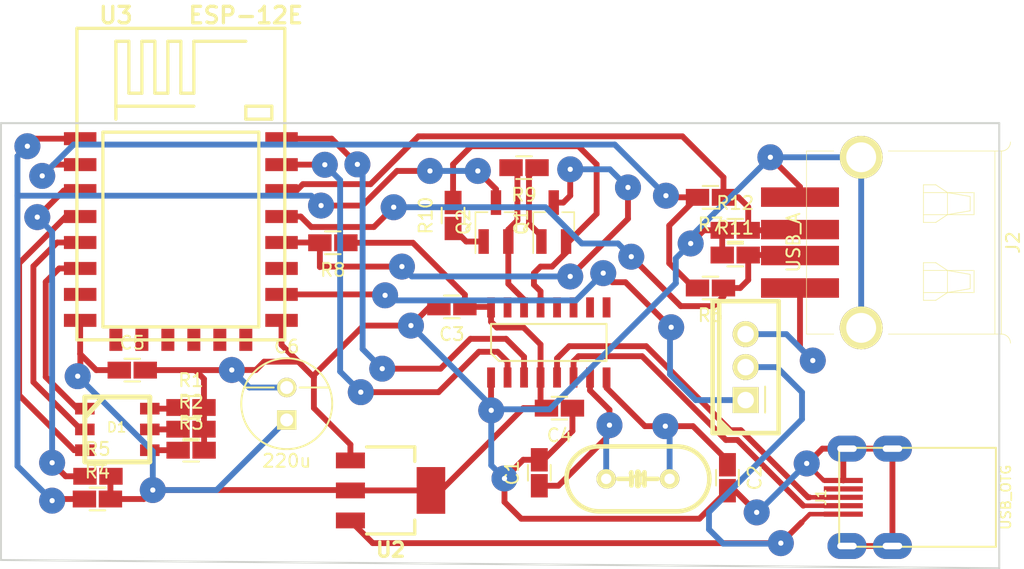
<source format=kicad_pcb>
(kicad_pcb (version 20170920) (host pcbnew "(2017-09-25 revision 6e440ff)-master")

  (general
    (thickness 1.6)
    (drawings 4)
    (tracks 349)
    (zones 0)
    (modules 28)
    (nets 42)
  )

  (page A4)
  (layers
    (0 F.Cu signal)
    (31 B.Cu signal)
    (32 B.Adhes user)
    (33 F.Adhes user)
    (34 B.Paste user)
    (35 F.Paste user)
    (36 B.SilkS user)
    (37 F.SilkS user)
    (38 B.Mask user)
    (39 F.Mask user)
    (40 Dwgs.User user)
    (41 Cmts.User user)
    (42 Eco1.User user)
    (43 Eco2.User user)
    (44 Edge.Cuts user)
    (45 Margin user)
    (46 B.CrtYd user)
    (47 F.CrtYd user)
    (48 B.Fab user)
    (49 F.Fab user)
  )

  (setup
    (last_trace_width 0.45)
    (user_trace_width 0.35)
    (trace_clearance 0.2)
    (zone_clearance 0.508)
    (zone_45_only no)
    (trace_min 0.2)
    (segment_width 0.2)
    (edge_width 0.15)
    (via_size 2)
    (via_drill 0.4)
    (via_min_size 0.4)
    (via_min_drill 0.3)
    (uvia_size 0.3)
    (uvia_drill 0.1)
    (uvias_allowed no)
    (uvia_min_size 0.2)
    (uvia_min_drill 0.1)
    (pcb_text_width 0.3)
    (pcb_text_size 1.5 1.5)
    (mod_edge_width 0.15)
    (mod_text_size 1 1)
    (mod_text_width 0.15)
    (pad_size 1.524 1.524)
    (pad_drill 0.762)
    (pad_to_mask_clearance 0.2)
    (aux_axis_origin 95.885 72.39)
    (visible_elements FFFFFF7F)
    (pcbplotparams
      (layerselection 0x00030_ffffffff)
      (usegerberextensions false)
      (usegerberattributes true)
      (usegerberadvancedattributes true)
      (creategerberjobfile true)
      (excludeedgelayer true)
      (linewidth 0.100000)
      (plotframeref false)
      (viasonmask false)
      (mode 1)
      (useauxorigin false)
      (hpglpennumber 1)
      (hpglpenspeed 20)
      (hpglpendiameter 15)
      (psnegative false)
      (psa4output false)
      (plotreference true)
      (plotvalue true)
      (plotinvisibletext false)
      (padsonsilk false)
      (subtractmaskfromsilk false)
      (outputformat 1)
      (mirror false)
      (drillshape 1)
      (scaleselection 1)
      (outputdirectory ""))
  )

  (net 0 "")
  (net 1 +3V3)
  (net 2 GND)
  (net 3 +5V)
  (net 4 "Net-(J2-Pad2)")
  (net 5 "Net-(J2-Pad3)")
  (net 6 "Net-(R6-Pad2)")
  (net 7 "Net-(R5-Pad1)")
  (net 8 "Net-(U3-Pad7)")
  (net 9 "Net-(U3-Pad17)")
  (net 10 GPIO0)
  (net 11 RXD)
  (net 12 TXD)
  (net 13 "Net-(U3-Pad9)")
  (net 14 "Net-(U3-Pad10)")
  (net 15 "Net-(U3-Pad11)")
  (net 16 "Net-(U3-Pad12)")
  (net 17 "Net-(U3-Pad13)")
  (net 18 "Net-(U3-Pad14)")
  (net 19 "Net-(Q1-Pad1)")
  (net 20 DTR)
  (net 21 RTS)
  (net 22 REST)
  (net 23 "Net-(Q2-Pad1)")
  (net 24 "Net-(C1-Pad1)")
  (net 25 "Net-(C2-Pad1)")
  (net 26 "Net-(J1-Pad4)")
  (net 27 "Net-(J1-Pad3)")
  (net 28 "Net-(J1-Pad2)")
  (net 29 "Net-(D1-Pad3)")
  (net 30 "Net-(D1-Pad2)")
  (net 31 "Net-(D1-Pad1)")
  (net 32 "Net-(U1-Pad9)")
  (net 33 "Net-(U1-Pad10)")
  (net 34 "Net-(U1-Pad11)")
  (net 35 "Net-(U1-Pad12)")
  (net 36 "Net-(U1-Pad15)")
  (net 37 LED_B)
  (net 38 LED_G)
  (net 39 LED_R)
  (net 40 "Net-(J2-Pad1)")
  (net 41 "Net-(Q3-Pad1)")

  (net_class Default "This is the default net class."
    (clearance 0.2)
    (trace_width 0.45)
    (via_dia 2)
    (via_drill 0.4)
    (uvia_dia 0.3)
    (uvia_drill 0.1)
    (add_net +3V3)
    (add_net +5V)
    (add_net DTR)
    (add_net GND)
    (add_net GPIO0)
    (add_net LED_B)
    (add_net LED_G)
    (add_net LED_R)
    (add_net "Net-(C1-Pad1)")
    (add_net "Net-(C2-Pad1)")
    (add_net "Net-(D1-Pad1)")
    (add_net "Net-(D1-Pad2)")
    (add_net "Net-(D1-Pad3)")
    (add_net "Net-(J1-Pad2)")
    (add_net "Net-(J1-Pad3)")
    (add_net "Net-(J1-Pad4)")
    (add_net "Net-(J2-Pad1)")
    (add_net "Net-(J2-Pad2)")
    (add_net "Net-(J2-Pad3)")
    (add_net "Net-(Q1-Pad1)")
    (add_net "Net-(Q2-Pad1)")
    (add_net "Net-(Q3-Pad1)")
    (add_net "Net-(R5-Pad1)")
    (add_net "Net-(R6-Pad2)")
    (add_net "Net-(U1-Pad10)")
    (add_net "Net-(U1-Pad11)")
    (add_net "Net-(U1-Pad12)")
    (add_net "Net-(U1-Pad15)")
    (add_net "Net-(U1-Pad9)")
    (add_net "Net-(U3-Pad10)")
    (add_net "Net-(U3-Pad11)")
    (add_net "Net-(U3-Pad12)")
    (add_net "Net-(U3-Pad13)")
    (add_net "Net-(U3-Pad14)")
    (add_net "Net-(U3-Pad17)")
    (add_net "Net-(U3-Pad7)")
    (add_net "Net-(U3-Pad9)")
    (add_net REST)
    (add_net RTS)
    (add_net RXD)
    (add_net TXD)
  )

  (module KiCad/TO_SOT_Packages_SMD.pretty:SOT-23_Handsoldering (layer F.Cu) (tedit 583F3954) (tstamp 5B23EF1F)
    (at 133.985 46.355 90)
    (descr "SOT-23, Handsoldering")
    (tags SOT-23)
    (path /59E59498)
    (attr smd)
    (fp_text reference Q2 (at 0 -2.5 90) (layer F.SilkS)
      (effects (font (size 1 1) (thickness 0.15)))
    )
    (fp_text value Q_NPN_BEC (at 0 2.5 90) (layer F.Fab)
      (effects (font (size 1 1) (thickness 0.15)))
    )
    (fp_line (start 0.76 1.58) (end -0.7 1.58) (layer F.SilkS) (width 0.12))
    (fp_line (start -0.7 1.52) (end 0.7 1.52) (layer F.Fab) (width 0.1))
    (fp_line (start 0.7 -1.52) (end 0.7 1.52) (layer F.Fab) (width 0.1))
    (fp_line (start -0.7 -0.95) (end -0.15 -1.52) (layer F.Fab) (width 0.1))
    (fp_line (start -0.15 -1.52) (end 0.7 -1.52) (layer F.Fab) (width 0.1))
    (fp_line (start -0.7 -0.95) (end -0.7 1.5) (layer F.Fab) (width 0.1))
    (fp_line (start 0.76 -1.58) (end -2.4 -1.58) (layer F.SilkS) (width 0.12))
    (fp_line (start -2.7 1.75) (end -2.7 -1.75) (layer F.CrtYd) (width 0.05))
    (fp_line (start 2.7 1.75) (end -2.7 1.75) (layer F.CrtYd) (width 0.05))
    (fp_line (start 2.7 -1.75) (end 2.7 1.75) (layer F.CrtYd) (width 0.05))
    (fp_line (start -2.7 -1.75) (end 2.7 -1.75) (layer F.CrtYd) (width 0.05))
    (fp_line (start 0.76 -1.58) (end 0.76 -0.65) (layer F.SilkS) (width 0.12))
    (fp_line (start 0.76 1.58) (end 0.76 0.65) (layer F.SilkS) (width 0.12))
    (pad 3 smd rect (at 1.5 0 90) (size 1.9 0.8) (layers F.Cu F.Paste F.Mask)
      (net 22 REST))
    (pad 2 smd rect (at -1.5 0.95 90) (size 1.9 0.8) (layers F.Cu F.Paste F.Mask)
      (net 21 RTS))
    (pad 1 smd rect (at -1.5 -0.95 90) (size 1.9 0.8) (layers F.Cu F.Paste F.Mask)
      (net 23 "Net-(Q2-Pad1)"))
    (model TO_SOT_Packages_SMD.3dshapes\SOT-23_Handsoldering.wrl
      (at (xyz 0 0 0))
      (scale (xyz 1 1 1))
      (rotate (xyz 0 0 90))
    )
  )

  (module KiCad/TO_SOT_Packages_SMD.pretty:SOT-23_Handsoldering (layer F.Cu) (tedit 583F3954) (tstamp 5B23EF0C)
    (at 138.43 46.355 90)
    (descr "SOT-23, Handsoldering")
    (tags SOT-23)
    (path /59E5943B)
    (attr smd)
    (fp_text reference Q1 (at 0 -2.5 90) (layer F.SilkS)
      (effects (font (size 1 1) (thickness 0.15)))
    )
    (fp_text value Q_NPN_BEC (at 0 2.5 90) (layer F.Fab)
      (effects (font (size 1 1) (thickness 0.15)))
    )
    (fp_line (start 0.76 1.58) (end 0.76 0.65) (layer F.SilkS) (width 0.12))
    (fp_line (start 0.76 -1.58) (end 0.76 -0.65) (layer F.SilkS) (width 0.12))
    (fp_line (start -2.7 -1.75) (end 2.7 -1.75) (layer F.CrtYd) (width 0.05))
    (fp_line (start 2.7 -1.75) (end 2.7 1.75) (layer F.CrtYd) (width 0.05))
    (fp_line (start 2.7 1.75) (end -2.7 1.75) (layer F.CrtYd) (width 0.05))
    (fp_line (start -2.7 1.75) (end -2.7 -1.75) (layer F.CrtYd) (width 0.05))
    (fp_line (start 0.76 -1.58) (end -2.4 -1.58) (layer F.SilkS) (width 0.12))
    (fp_line (start -0.7 -0.95) (end -0.7 1.5) (layer F.Fab) (width 0.1))
    (fp_line (start -0.15 -1.52) (end 0.7 -1.52) (layer F.Fab) (width 0.1))
    (fp_line (start -0.7 -0.95) (end -0.15 -1.52) (layer F.Fab) (width 0.1))
    (fp_line (start 0.7 -1.52) (end 0.7 1.52) (layer F.Fab) (width 0.1))
    (fp_line (start -0.7 1.52) (end 0.7 1.52) (layer F.Fab) (width 0.1))
    (fp_line (start 0.76 1.58) (end -0.7 1.58) (layer F.SilkS) (width 0.12))
    (pad 1 smd rect (at -1.5 -0.95 90) (size 1.9 0.8) (layers F.Cu F.Paste F.Mask)
      (net 19 "Net-(Q1-Pad1)"))
    (pad 2 smd rect (at -1.5 0.95 90) (size 1.9 0.8) (layers F.Cu F.Paste F.Mask)
      (net 20 DTR))
    (pad 3 smd rect (at 1.5 0 90) (size 1.9 0.8) (layers F.Cu F.Paste F.Mask)
      (net 10 GPIO0))
    (model TO_SOT_Packages_SMD.3dshapes\SOT-23_Handsoldering.wrl
      (at (xyz 0 0 0))
      (scale (xyz 1 1 1))
      (rotate (xyz 0 0 90))
    )
  )

  (module cpavlina/kicad-pcblib/pth-semi.pretty:TO-220 (layer F.Cu) (tedit 54CBD66A) (tstamp 5B11B005)
    (at 153.2 57.53 90)
    (path /59E6248B)
    (fp_text reference Q3 (at 0 0 90) (layer F.SilkS)
      (effects (font (size 0.8 0.8) (thickness 0.15)))
    )
    (fp_text value Q_NMOS_GDS (at 0 0 90) (layer F.Fab)
      (effects (font (size 0.8 0.8) (thickness 0.15)))
    )
    (fp_line (start -5 -1.75) (end -4.75 -2) (layer F.Fab) (width 0.15))
    (fp_line (start -4.5 -2) (end -5 -1.5) (layer F.Fab) (width 0.15))
    (fp_line (start -5 -1.25) (end -4.25 -2) (layer F.Fab) (width 0.15))
    (fp_line (start -4 -2) (end -5 -1) (layer F.Fab) (width 0.15))
    (fp_line (start -5 -2) (end 5 -2) (layer F.Fab) (width 0.15))
    (fp_line (start 5 2.5) (end 5 -2.5) (layer F.Fab) (width 0.15))
    (fp_line (start 5 -2.5) (end -5 -2.5) (layer F.Fab) (width 0.15))
    (fp_line (start -5 -2.5) (end -5 2.5) (layer F.Fab) (width 0.15))
    (fp_line (start -5 2.5) (end 5 2.5) (layer F.Fab) (width 0.15))
    (fp_line (start 5.5 2.75) (end 5.5 -3.25) (layer F.CrtYd) (width 0.15))
    (fp_line (start 5.5 -3.25) (end -5.5 -3.25) (layer F.CrtYd) (width 0.15))
    (fp_line (start -5.5 -3.25) (end -5.5 2.75) (layer F.CrtYd) (width 0.15))
    (fp_line (start -5.5 2.75) (end 5.5 2.75) (layer F.CrtYd) (width 0.15))
    (fp_line (start -3.5 1.5) (end -1.5 1.5) (layer F.SilkS) (width 0.15))
    (fp_line (start -5.0292 -1.1176) (end -4.1656 -1.9812) (layer F.SilkS) (width 0.35))
    (fp_line (start -4.572 -2.032) (end -5.08 -1.524) (layer F.SilkS) (width 0.35))
    (fp_line (start -5.08 -2.032) (end 5.08 -2.032) (layer F.SilkS) (width 0.35))
    (fp_line (start -5.08 -2.54) (end -5.08 2.54) (layer F.SilkS) (width 0.35))
    (fp_line (start -5.08 2.54) (end 5.08 2.54) (layer F.SilkS) (width 0.35))
    (fp_line (start 5.08 2.54) (end 5.08 -2.54) (layer F.SilkS) (width 0.35))
    (fp_line (start 5.08 -2.54) (end -5.08 -2.54) (layer F.SilkS) (width 0.35))
    (pad 2 thru_hole circle (at 0 0 90) (size 1.99898 1.99898) (drill 1.27) (layers *.Cu *.Mask F.SilkS)
      (net 3 +5V))
    (pad 1 thru_hole rect (at -2.54 0 90) (size 1.99898 1.99898) (drill 1.27) (layers *.Cu *.Mask F.SilkS)
      (net 41 "Net-(Q3-Pad1)"))
    (pad 3 thru_hole circle (at 2.54 0 90) (size 1.99898 1.99898) (drill 1.27) (layers *.Cu *.Mask F.SilkS)
      (net 40 "Net-(J2-Pad1)"))
    (model to/to220_std.wrl
      (at (xyz 0 0 0))
      (scale (xyz 1 1 1))
      (rotate (xyz 0 0 0))
    )
  )

  (module johslarsen/Connectors.pretty:USB_A_Female (layer F.Cu) (tedit 59E59FAE) (tstamp 5AFF2F1E)
    (at 159.385 51.435 90)
    (path /59E585CB)
    (fp_text reference J2 (at 3.5 14.4 270) (layer F.SilkS)
      (effects (font (size 1 1) (thickness 0.15)))
    )
    (fp_text value USB_A (at 3.5 -2.5 90) (layer F.SilkS)
      (effects (font (size 1 1) (thickness 0.15)))
    )
    (fp_line (start 10.55 13) (end -3.55 13) (layer F.SilkS) (width 0.05))
    (fp_line (start 10.55 4.8) (end 10.55 13.5) (layer F.SilkS) (width 0.05))
    (fp_line (start 10.55 13.5) (end -3.55 13.5) (layer F.SilkS) (width 0.05))
    (fp_line (start -3.55 13.5) (end -3.55 4.8) (layer F.SilkS) (width 0.05))
    (fp_line (start 10.55 0.6) (end 10.55 -1.5) (layer F.SilkS) (width 0.05))
    (fp_line (start -3.55 0.6) (end -3.55 -1.5) (layer F.SilkS) (width 0.05))
    (fp_line (start 7.35 11.4) (end 7.35 9.45) (layer F.SilkS) (width 0.05))
    (fp_line (start 5.65 11.4) (end 7.35 11.4) (layer F.SilkS) (width 0.05))
    (fp_line (start 5.65 9.4) (end 5.65 11.4) (layer F.SilkS) (width 0.05))
    (fp_line (start 5.65 9.4) (end 5.65 7.5) (layer F.SilkS) (width 0.05))
    (fp_line (start 7.35 9.45) (end 7.35 7.5) (layer F.SilkS) (width 0.05))
    (fp_line (start 7.95 8.45) (end 7.35 9.35) (layer F.SilkS) (width 0.05))
    (fp_line (start 7.95 7.5) (end 7.95 8.45) (layer F.SilkS) (width 0.05))
    (fp_line (start 5.05 8.45) (end 5.65 9.35) (layer F.SilkS) (width 0.05))
    (fp_line (start 5.05 7.5) (end 5.05 8.45) (layer F.SilkS) (width 0.05))
    (fp_line (start 7.95 7.5) (end 5.05 7.5) (layer F.SilkS) (width 0.05))
    (fp_line (start 5.65 9.35) (end 7.35 9.35) (layer F.SilkS) (width 0.05))
    (fp_line (start 5.95 11.1) (end 7.05 11.1) (layer F.SilkS) (width 0.05))
    (fp_line (start 7.05 11.1) (end 7.35 9.35) (layer F.SilkS) (width 0.05))
    (fp_line (start 5.95 11.1) (end 5.65 9.35) (layer F.SilkS) (width 0.05))
    (fp_line (start -0.05 11.1) (end -0.35 9.35) (layer F.SilkS) (width 0.05))
    (fp_line (start 1.05 11.1) (end 1.35 9.35) (layer F.SilkS) (width 0.05))
    (fp_line (start -0.05 11.1) (end 1.05 11.1) (layer F.SilkS) (width 0.05))
    (fp_line (start -0.35 9.35) (end 1.35 9.35) (layer F.SilkS) (width 0.05))
    (fp_line (start 1.95 7.5) (end -0.95 7.5) (layer F.SilkS) (width 0.05))
    (fp_line (start -0.95 7.5) (end -0.95 8.45) (layer F.SilkS) (width 0.05))
    (fp_line (start -0.95 8.45) (end -0.35 9.35) (layer F.SilkS) (width 0.05))
    (fp_line (start 1.95 7.5) (end 1.95 8.45) (layer F.SilkS) (width 0.05))
    (fp_line (start 1.95 8.45) (end 1.35 9.35) (layer F.SilkS) (width 0.05))
    (fp_line (start 1.35 9.45) (end 1.35 7.5) (layer F.SilkS) (width 0.05))
    (fp_line (start -0.35 9.4) (end -0.35 7.5) (layer F.SilkS) (width 0.05))
    (fp_line (start -0.35 9.4) (end -0.35 11.4) (layer F.SilkS) (width 0.05))
    (fp_line (start -0.35 11.4) (end 1.35 11.4) (layer F.SilkS) (width 0.05))
    (fp_line (start 1.35 11.4) (end 1.35 9.45) (layer F.SilkS) (width 0.05))
    (fp_arc (start 11.25 13.5) (end 11.25 14.2) (angle 90) (layer F.SilkS) (width 0.05))
    (fp_arc (start -4.25 13.5) (end -3.55 13.5) (angle 90) (layer F.SilkS) (width 0.05))
    (fp_line (start -3.55 -1.5) (end 10.55 -1.5) (layer F.SilkS) (width 0.05))
    (pad 1 smd rect (at 0 -2 90) (size 1.5 6) (layers F.Cu F.Paste F.Mask)
      (net 40 "Net-(J2-Pad1)"))
    (pad 2 smd rect (at 2.5 -2 90) (size 1.5 6) (layers F.Cu F.Paste F.Mask)
      (net 4 "Net-(J2-Pad2)"))
    (pad 3 smd rect (at 4.5 -2 90) (size 1.5 6) (layers F.Cu F.Paste F.Mask)
      (net 5 "Net-(J2-Pad3)"))
    (pad 4 smd rect (at 7 -2 90) (size 1.5 6) (layers F.Cu F.Paste F.Mask)
      (net 2 GND))
    (pad 5 thru_hole circle (at 10.071 2.71 90) (size 3.3 3.3) (drill 2.3) (layers *.Cu *.Mask F.SilkS)
      (net 2 GND))
    (pad 5 thru_hole circle (at -3.071 2.71 90) (size 3.3 3.3) (drill 2.3) (layers *.Cu *.Mask F.SilkS)
      (net 2 GND))
  )

  (module OLIMEX/KiCAD/KiCAD_Footprints/OLIMEX_Regulators-FP.pretty:SOT223 (layer F.Cu) (tedit 5757C945) (tstamp 5AEB558C)
    (at 125.88 67.03 180)
    (descr "ROTATED BY PENKO 90 DEGREE CCW TO BA AS IS IN THE REAL REEL.")
    (tags "ROTATED BY PENKO 90 DEGREE CCW TO BA AS IS IN THE REAL REEL.")
    (path /59E5831F)
    (attr smd)
    (fp_text reference U2 (at 0 -4.572 180) (layer F.SilkS)
      (effects (font (size 1.1 1.1) (thickness 0.254)))
    )
    (fp_text value AP1117-33 (at 0.254 5.08 180) (layer F.Fab)
      (effects (font (size 1.1 1.1) (thickness 0.254)))
    )
    (fp_line (start -1.8542 3.3528) (end -1.8542 2.2352) (layer F.SilkS) (width 0.254))
    (fp_line (start -1.8542 -3.3528) (end -1.8542 -2.286) (layer F.SilkS) (width 0.254))
    (fp_line (start -1.8542 3.3528) (end 1.8542 3.3528) (layer F.SilkS) (width 0.254))
    (fp_line (start -1.8542 -3.3528) (end 1.8542 -3.3528) (layer F.SilkS) (width 0.254))
    (fp_line (start -1.8542 -1.6764) (end -1.8542 1.6764) (layer F.Fab) (width 0.254))
    (fp_line (start 1.8542 -3.3528) (end 1.8542 3.3528) (layer F.Fab) (width 0.254))
    (pad 1 smd rect (at 3.0988 2.3114 270) (size 1.2192 2.2352) (layers F.Cu F.Paste F.Mask)
      (net 2 GND))
    (pad 2 smd rect (at 3.0988 0 270) (size 1.2192 2.2352) (layers F.Cu F.Paste F.Mask)
      (net 1 +3V3))
    (pad 3 smd rect (at 3.0988 -2.3114 270) (size 1.2192 2.2352) (layers F.Cu F.Paste F.Mask)
      (net 3 +5V))
    (pad 2 smd rect (at -3.099 0 270) (size 3.6 2.2) (layers F.Cu F.Paste F.Mask)
      (net 1 +3V3))
  )

  (module adamgreig/agg-kicad/agg.pretty:SOIC-16 (layer F.Cu) (tedit 57656747) (tstamp 5AEB557E)
    (at 138.05 55.63 90)
    (path /59E57EBA)
    (fp_text reference U1 (at 0 -5.95 90) (layer F.Fab)
      (effects (font (size 1 1) (thickness 0.15)))
    )
    (fp_text value CH340G (at 0 5.95 90) (layer F.Fab)
      (effects (font (size 1 1) (thickness 0.15)))
    )
    (fp_line (start -2 -5) (end 2 -5) (layer F.Fab) (width 0.01))
    (fp_line (start 2 -5) (end 2 5) (layer F.Fab) (width 0.01))
    (fp_line (start 2 5) (end -2 5) (layer F.Fab) (width 0.01))
    (fp_line (start -2 5) (end -2 -5) (layer F.Fab) (width 0.01))
    (fp_circle (center -1.2 -4.2) (end -1.2 -3.8) (layer F.Fab) (width 0.01))
    (fp_line (start -3.1 -4.695) (end -2 -4.695) (layer F.Fab) (width 0.01))
    (fp_line (start -2 -4.195) (end -3.1 -4.195) (layer F.Fab) (width 0.01))
    (fp_line (start -3.1 -4.195) (end -3.1 -4.695) (layer F.Fab) (width 0.01))
    (fp_line (start -3.1 -3.425) (end -2 -3.425) (layer F.Fab) (width 0.01))
    (fp_line (start -2 -2.925) (end -3.1 -2.925) (layer F.Fab) (width 0.01))
    (fp_line (start -3.1 -2.925) (end -3.1 -3.425) (layer F.Fab) (width 0.01))
    (fp_line (start -3.1 -2.155) (end -2 -2.155) (layer F.Fab) (width 0.01))
    (fp_line (start -2 -1.655) (end -3.1 -1.655) (layer F.Fab) (width 0.01))
    (fp_line (start -3.1 -1.655) (end -3.1 -2.155) (layer F.Fab) (width 0.01))
    (fp_line (start -3.1 -0.885) (end -2 -0.885) (layer F.Fab) (width 0.01))
    (fp_line (start -2 -0.385) (end -3.1 -0.385) (layer F.Fab) (width 0.01))
    (fp_line (start -3.1 -0.385) (end -3.1 -0.885) (layer F.Fab) (width 0.01))
    (fp_line (start -3.1 0.385) (end -2 0.385) (layer F.Fab) (width 0.01))
    (fp_line (start -2 0.885) (end -3.1 0.885) (layer F.Fab) (width 0.01))
    (fp_line (start -3.1 0.885) (end -3.1 0.385) (layer F.Fab) (width 0.01))
    (fp_line (start -3.1 1.655) (end -2 1.655) (layer F.Fab) (width 0.01))
    (fp_line (start -2 2.155) (end -3.1 2.155) (layer F.Fab) (width 0.01))
    (fp_line (start -3.1 2.155) (end -3.1 1.655) (layer F.Fab) (width 0.01))
    (fp_line (start -3.1 2.925) (end -2 2.925) (layer F.Fab) (width 0.01))
    (fp_line (start -2 3.425) (end -3.1 3.425) (layer F.Fab) (width 0.01))
    (fp_line (start -3.1 3.425) (end -3.1 2.925) (layer F.Fab) (width 0.01))
    (fp_line (start -3.1 4.195) (end -2 4.195) (layer F.Fab) (width 0.01))
    (fp_line (start -2 4.695) (end -3.1 4.695) (layer F.Fab) (width 0.01))
    (fp_line (start -3.1 4.695) (end -3.1 4.195) (layer F.Fab) (width 0.01))
    (fp_line (start 2 4.195) (end 3.1 4.195) (layer F.Fab) (width 0.01))
    (fp_line (start 3.1 4.195) (end 3.1 4.695) (layer F.Fab) (width 0.01))
    (fp_line (start 3.1 4.695) (end 2 4.695) (layer F.Fab) (width 0.01))
    (fp_line (start 2 2.925) (end 3.1 2.925) (layer F.Fab) (width 0.01))
    (fp_line (start 3.1 2.925) (end 3.1 3.425) (layer F.Fab) (width 0.01))
    (fp_line (start 3.1 3.425) (end 2 3.425) (layer F.Fab) (width 0.01))
    (fp_line (start 2 1.655) (end 3.1 1.655) (layer F.Fab) (width 0.01))
    (fp_line (start 3.1 1.655) (end 3.1 2.155) (layer F.Fab) (width 0.01))
    (fp_line (start 3.1 2.155) (end 2 2.155) (layer F.Fab) (width 0.01))
    (fp_line (start 2 0.385) (end 3.1 0.385) (layer F.Fab) (width 0.01))
    (fp_line (start 3.1 0.385) (end 3.1 0.885) (layer F.Fab) (width 0.01))
    (fp_line (start 3.1 0.885) (end 2 0.885) (layer F.Fab) (width 0.01))
    (fp_line (start 2 -0.885) (end 3.1 -0.885) (layer F.Fab) (width 0.01))
    (fp_line (start 3.1 -0.885) (end 3.1 -0.385) (layer F.Fab) (width 0.01))
    (fp_line (start 3.1 -0.385) (end 2 -0.385) (layer F.Fab) (width 0.01))
    (fp_line (start 2 -2.155) (end 3.1 -2.155) (layer F.Fab) (width 0.01))
    (fp_line (start 3.1 -2.155) (end 3.1 -1.655) (layer F.Fab) (width 0.01))
    (fp_line (start 3.1 -1.655) (end 2 -1.655) (layer F.Fab) (width 0.01))
    (fp_line (start 2 -3.425) (end 3.1 -3.425) (layer F.Fab) (width 0.01))
    (fp_line (start 3.1 -3.425) (end 3.1 -2.925) (layer F.Fab) (width 0.01))
    (fp_line (start 3.1 -2.925) (end 2 -2.925) (layer F.Fab) (width 0.01))
    (fp_line (start 2 -4.695) (end 3.1 -4.695) (layer F.Fab) (width 0.01))
    (fp_line (start 3.1 -4.695) (end 3.1 -4.195) (layer F.Fab) (width 0.01))
    (fp_line (start 3.1 -4.195) (end 2 -4.195) (layer F.Fab) (width 0.01))
    (fp_line (start -0.825 -4.445) (end 1.425 -4.445) (layer F.SilkS) (width 0.15))
    (fp_line (start 1.425 -4.445) (end 1.425 4.445) (layer F.SilkS) (width 0.15))
    (fp_line (start 1.425 4.445) (end -1.425 4.445) (layer F.SilkS) (width 0.15))
    (fp_line (start -1.425 4.445) (end -1.425 -3.845) (layer F.SilkS) (width 0.15))
    (fp_line (start -1.425 -3.845) (end -0.825 -4.445) (layer F.SilkS) (width 0.15))
    (fp_line (start -3.75 -5.25) (end 3.75 -5.25) (layer F.CrtYd) (width 0.01))
    (fp_line (start 3.75 -5.25) (end 3.75 5.25) (layer F.CrtYd) (width 0.01))
    (fp_line (start 3.75 5.25) (end -3.75 5.25) (layer F.CrtYd) (width 0.01))
    (fp_line (start -3.75 5.25) (end -3.75 -5.25) (layer F.CrtYd) (width 0.01))
    (pad 1 smd rect (at -2.7 -4.445 90) (size 1.55 0.6) (layers F.Cu F.Paste F.Mask)
      (net 2 GND))
    (pad 2 smd rect (at -2.7 -3.175 90) (size 1.55 0.6) (layers F.Cu F.Paste F.Mask)
      (net 11 RXD))
    (pad 3 smd rect (at -2.7 -1.905 90) (size 1.55 0.6) (layers F.Cu F.Paste F.Mask)
      (net 12 TXD))
    (pad 4 smd rect (at -2.7 -0.635 90) (size 1.55 0.6) (layers F.Cu F.Paste F.Mask)
      (net 1 +3V3))
    (pad 5 smd rect (at -2.7 0.635 90) (size 1.55 0.6) (layers F.Cu F.Paste F.Mask)
      (net 27 "Net-(J1-Pad3)"))
    (pad 6 smd rect (at -2.7 1.905 90) (size 1.55 0.6) (layers F.Cu F.Paste F.Mask)
      (net 28 "Net-(J1-Pad2)"))
    (pad 7 smd rect (at -2.7 3.175 90) (size 1.55 0.6) (layers F.Cu F.Paste F.Mask)
      (net 24 "Net-(C1-Pad1)"))
    (pad 8 smd rect (at -2.7 4.445 90) (size 1.55 0.6) (layers F.Cu F.Paste F.Mask)
      (net 25 "Net-(C2-Pad1)"))
    (pad 9 smd rect (at 2.7 4.445 90) (size 1.55 0.6) (layers F.Cu F.Paste F.Mask)
      (net 32 "Net-(U1-Pad9)"))
    (pad 10 smd rect (at 2.7 3.175 90) (size 1.55 0.6) (layers F.Cu F.Paste F.Mask)
      (net 33 "Net-(U1-Pad10)"))
    (pad 11 smd rect (at 2.7 1.905 90) (size 1.55 0.6) (layers F.Cu F.Paste F.Mask)
      (net 34 "Net-(U1-Pad11)"))
    (pad 12 smd rect (at 2.7 0.635 90) (size 1.55 0.6) (layers F.Cu F.Paste F.Mask)
      (net 35 "Net-(U1-Pad12)"))
    (pad 13 smd rect (at 2.7 -0.635 90) (size 1.55 0.6) (layers F.Cu F.Paste F.Mask)
      (net 20 DTR))
    (pad 14 smd rect (at 2.7 -1.905 90) (size 1.55 0.6) (layers F.Cu F.Paste F.Mask)
      (net 21 RTS))
    (pad 15 smd rect (at 2.7 -3.175 90) (size 1.55 0.6) (layers F.Cu F.Paste F.Mask)
      (net 36 "Net-(U1-Pad15)"))
    (pad 16 smd rect (at 2.7 -4.445 90) (size 1.55 0.6) (layers F.Cu F.Paste F.Mask)
      (net 1 +3V3))
    (model ${KISYS3DMOD}/Housings_SOIC.3dshapes/SOIC-16_3.9x9.9mm_Pitch1.27mm.wrl
      (at (xyz 0 0 0))
      (scale (xyz 1 1 1))
      (rotate (xyz 0 0 0))
    )
  )

  (module coddingtonbear/coddingtonbear.pretty:0805_Milling (layer F.Cu) (tedit 59DB0152) (tstamp 5AEB552C)
    (at 152.4 46.99)
    (descr "Resistor SMD 0805, reflow soldering, Vishay (see dcrcw.pdf)")
    (tags "resistor 0805")
    (path /59E5A37E)
    (attr smd)
    (fp_text reference R12 (at 0 -2.1) (layer F.SilkS)
      (effects (font (size 1 1) (thickness 0.15)))
    )
    (fp_text value 15k (at 0 2.1) (layer F.Fab)
      (effects (font (size 1 1) (thickness 0.15)))
    )
    (fp_line (start -0.6 -0.875) (end 0.6 -0.875) (layer F.SilkS) (width 0.15))
    (fp_line (start 0.6 0.875) (end -0.6 0.875) (layer F.SilkS) (width 0.15))
    (pad 2 smd rect (at 1 0) (size 1.8 1.3) (layers F.Cu F.Paste F.Mask)
      (net 5 "Net-(J2-Pad3)"))
    (pad 1 smd rect (at -1 0) (size 1.8 1.3) (layers F.Cu F.Paste F.Mask)
      (net 2 GND))
    (model Resistors_SMD.3dshapes/R_0805.wrl
      (at (xyz 0 0 0))
      (scale (xyz 1 1 1))
      (rotate (xyz 0 0 0))
    )
  )

  (module coddingtonbear/coddingtonbear.pretty:0805_Milling (layer F.Cu) (tedit 59DB0152) (tstamp 5AEB5524)
    (at 152.4 48.895)
    (descr "Resistor SMD 0805, reflow soldering, Vishay (see dcrcw.pdf)")
    (tags "resistor 0805")
    (path /59E5A3DE)
    (attr smd)
    (fp_text reference R11 (at 0 -2.1) (layer F.SilkS)
      (effects (font (size 1 1) (thickness 0.15)))
    )
    (fp_text value 15k (at 0 2.1) (layer F.Fab)
      (effects (font (size 1 1) (thickness 0.15)))
    )
    (fp_line (start 0.6 0.875) (end -0.6 0.875) (layer F.SilkS) (width 0.15))
    (fp_line (start -0.6 -0.875) (end 0.6 -0.875) (layer F.SilkS) (width 0.15))
    (pad 1 smd rect (at -1 0) (size 1.8 1.3) (layers F.Cu F.Paste F.Mask)
      (net 2 GND))
    (pad 2 smd rect (at 1 0) (size 1.8 1.3) (layers F.Cu F.Paste F.Mask)
      (net 4 "Net-(J2-Pad2)"))
    (model Resistors_SMD.3dshapes/R_0805.wrl
      (at (xyz 0 0 0))
      (scale (xyz 1 1 1))
      (rotate (xyz 0 0 0))
    )
  )

  (module coddingtonbear/coddingtonbear.pretty:0805_Milling (layer F.Cu) (tedit 59DB0152) (tstamp 5AEB551C)
    (at 130.683 45.847 90)
    (descr "Resistor SMD 0805, reflow soldering, Vishay (see dcrcw.pdf)")
    (tags "resistor 0805")
    (path /59E596B9)
    (attr smd)
    (fp_text reference R10 (at 0 -2.1 90) (layer F.SilkS)
      (effects (font (size 1 1) (thickness 0.15)))
    )
    (fp_text value 10k (at 0 2.1 90) (layer F.Fab)
      (effects (font (size 1 1) (thickness 0.15)))
    )
    (fp_line (start -0.6 -0.875) (end 0.6 -0.875) (layer F.SilkS) (width 0.15))
    (fp_line (start 0.6 0.875) (end -0.6 0.875) (layer F.SilkS) (width 0.15))
    (pad 2 smd rect (at 1 0 90) (size 1.8 1.3) (layers F.Cu F.Paste F.Mask)
      (net 20 DTR))
    (pad 1 smd rect (at -1 0 90) (size 1.8 1.3) (layers F.Cu F.Paste F.Mask)
      (net 23 "Net-(Q2-Pad1)"))
    (model Resistors_SMD.3dshapes/R_0805.wrl
      (at (xyz 0 0 0))
      (scale (xyz 1 1 1))
      (rotate (xyz 0 0 0))
    )
  )

  (module coddingtonbear/coddingtonbear.pretty:0805_Milling (layer F.Cu) (tedit 59DB0152) (tstamp 5AEB5514)
    (at 136.144 42.164 180)
    (descr "Resistor SMD 0805, reflow soldering, Vishay (see dcrcw.pdf)")
    (tags "resistor 0805")
    (path /59E59687)
    (attr smd)
    (fp_text reference R9 (at 0 -2.1 180) (layer F.SilkS)
      (effects (font (size 1 1) (thickness 0.15)))
    )
    (fp_text value 10k (at 0 2.1 180) (layer F.Fab)
      (effects (font (size 1 1) (thickness 0.15)))
    )
    (fp_line (start 0.6 0.875) (end -0.6 0.875) (layer F.SilkS) (width 0.15))
    (fp_line (start -0.6 -0.875) (end 0.6 -0.875) (layer F.SilkS) (width 0.15))
    (pad 1 smd rect (at -1 0 180) (size 1.8 1.3) (layers F.Cu F.Paste F.Mask)
      (net 19 "Net-(Q1-Pad1)"))
    (pad 2 smd rect (at 1 0 180) (size 1.8 1.3) (layers F.Cu F.Paste F.Mask)
      (net 21 RTS))
    (model Resistors_SMD.3dshapes/R_0805.wrl
      (at (xyz 0 0 0))
      (scale (xyz 1 1 1))
      (rotate (xyz 0 0 0))
    )
  )

  (module coddingtonbear/coddingtonbear.pretty:0805_Milling (layer F.Cu) (tedit 59DB0152) (tstamp 5AEB550C)
    (at 121.43 47.95 180)
    (descr "Resistor SMD 0805, reflow soldering, Vishay (see dcrcw.pdf)")
    (tags "resistor 0805")
    (path /59E59B5F)
    (attr smd)
    (fp_text reference R8 (at 0 -2.1 180) (layer F.SilkS)
      (effects (font (size 1 1) (thickness 0.15)))
    )
    (fp_text value 4.7k (at 0 2.1 180) (layer F.Fab)
      (effects (font (size 1 1) (thickness 0.15)))
    )
    (fp_line (start -0.6 -0.875) (end 0.6 -0.875) (layer F.SilkS) (width 0.15))
    (fp_line (start 0.6 0.875) (end -0.6 0.875) (layer F.SilkS) (width 0.15))
    (pad 2 smd rect (at 1 0 180) (size 1.8 1.3) (layers F.Cu F.Paste F.Mask)
      (net 10 GPIO0))
    (pad 1 smd rect (at -1 0 180) (size 1.8 1.3) (layers F.Cu F.Paste F.Mask)
      (net 1 +3V3))
    (model Resistors_SMD.3dshapes/R_0805.wrl
      (at (xyz 0 0 0))
      (scale (xyz 1 1 1))
      (rotate (xyz 0 0 0))
    )
  )

  (module coddingtonbear/coddingtonbear.pretty:0805_Milling (layer F.Cu) (tedit 59DB0152) (tstamp 5AEB5504)
    (at 150.495 44.45 180)
    (descr "Resistor SMD 0805, reflow soldering, Vishay (see dcrcw.pdf)")
    (tags "resistor 0805")
    (path /59E5DBD0)
    (attr smd)
    (fp_text reference R7 (at 0 -2.1 180) (layer F.SilkS)
      (effects (font (size 1 1) (thickness 0.15)))
    )
    (fp_text value JMP_D+ (at 0 2.1 180) (layer F.Fab)
      (effects (font (size 1 1) (thickness 0.15)))
    )
    (fp_line (start 0.6 0.875) (end -0.6 0.875) (layer F.SilkS) (width 0.15))
    (fp_line (start -0.6 -0.875) (end 0.6 -0.875) (layer F.SilkS) (width 0.15))
    (pad 1 smd rect (at -1 0 180) (size 1.8 1.3) (layers F.Cu F.Paste F.Mask)
      (net 5 "Net-(J2-Pad3)"))
    (pad 2 smd rect (at 1 0 180) (size 1.8 1.3) (layers F.Cu F.Paste F.Mask)
      (net 6 "Net-(R6-Pad2)"))
    (model Resistors_SMD.3dshapes/R_0805.wrl
      (at (xyz 0 0 0))
      (scale (xyz 1 1 1))
      (rotate (xyz 0 0 0))
    )
  )

  (module coddingtonbear/coddingtonbear.pretty:0805_Milling (layer F.Cu) (tedit 59DB0152) (tstamp 5AEB54FC)
    (at 150.495 51.435 180)
    (descr "Resistor SMD 0805, reflow soldering, Vishay (see dcrcw.pdf)")
    (tags "resistor 0805")
    (path /59E5DACD)
    (attr smd)
    (fp_text reference R6 (at 0 -2.1 180) (layer F.SilkS)
      (effects (font (size 1 1) (thickness 0.15)))
    )
    (fp_text value JMP_D- (at 0 2.1 180) (layer F.Fab)
      (effects (font (size 1 1) (thickness 0.15)))
    )
    (fp_line (start -0.6 -0.875) (end 0.6 -0.875) (layer F.SilkS) (width 0.15))
    (fp_line (start 0.6 0.875) (end -0.6 0.875) (layer F.SilkS) (width 0.15))
    (pad 2 smd rect (at 1 0 180) (size 1.8 1.3) (layers F.Cu F.Paste F.Mask)
      (net 6 "Net-(R6-Pad2)"))
    (pad 1 smd rect (at -1 0 180) (size 1.8 1.3) (layers F.Cu F.Paste F.Mask)
      (net 4 "Net-(J2-Pad2)"))
    (model Resistors_SMD.3dshapes/R_0805.wrl
      (at (xyz 0 0 0))
      (scale (xyz 1 1 1))
      (rotate (xyz 0 0 0))
    )
  )

  (module coddingtonbear/coddingtonbear.pretty:0805_Milling (layer F.Cu) (tedit 59DB0152) (tstamp 5AEB54F4)
    (at 103.35 65.94)
    (descr "Resistor SMD 0805, reflow soldering, Vishay (see dcrcw.pdf)")
    (tags "resistor 0805")
    (path /59E59F5B)
    (attr smd)
    (fp_text reference R5 (at 0 -2.1) (layer F.SilkS)
      (effects (font (size 1 1) (thickness 0.15)))
    )
    (fp_text value 10k (at 0 2.1) (layer F.Fab)
      (effects (font (size 1 1) (thickness 0.15)))
    )
    (fp_line (start 0.6 0.875) (end -0.6 0.875) (layer F.SilkS) (width 0.15))
    (fp_line (start -0.6 -0.875) (end 0.6 -0.875) (layer F.SilkS) (width 0.15))
    (pad 1 smd rect (at -1 0) (size 1.8 1.3) (layers F.Cu F.Paste F.Mask)
      (net 7 "Net-(R5-Pad1)"))
    (pad 2 smd rect (at 1 0) (size 1.8 1.3) (layers F.Cu F.Paste F.Mask)
      (net 1 +3V3))
    (model Resistors_SMD.3dshapes/R_0805.wrl
      (at (xyz 0 0 0))
      (scale (xyz 1 1 1))
      (rotate (xyz 0 0 0))
    )
  )

  (module coddingtonbear/coddingtonbear.pretty:0805_Milling (layer F.Cu) (tedit 59DB0152) (tstamp 5AEB54EC)
    (at 103.31 67.69)
    (descr "Resistor SMD 0805, reflow soldering, Vishay (see dcrcw.pdf)")
    (tags "resistor 0805")
    (path /59E59E2D)
    (attr smd)
    (fp_text reference R4 (at 0 -2.1) (layer F.SilkS)
      (effects (font (size 1 1) (thickness 0.15)))
    )
    (fp_text value 10k (at 0 2.1) (layer F.Fab)
      (effects (font (size 1 1) (thickness 0.15)))
    )
    (fp_line (start -0.6 -0.875) (end 0.6 -0.875) (layer F.SilkS) (width 0.15))
    (fp_line (start 0.6 0.875) (end -0.6 0.875) (layer F.SilkS) (width 0.15))
    (pad 2 smd rect (at 1 0) (size 1.8 1.3) (layers F.Cu F.Paste F.Mask)
      (net 1 +3V3))
    (pad 1 smd rect (at -1 0) (size 1.8 1.3) (layers F.Cu F.Paste F.Mask)
      (net 22 REST))
    (model Resistors_SMD.3dshapes/R_0805.wrl
      (at (xyz 0 0 0))
      (scale (xyz 1 1 1))
      (rotate (xyz 0 0 0))
    )
  )

  (module coddingtonbear/coddingtonbear.pretty:0805_Milling (layer F.Cu) (tedit 59DB0152) (tstamp 5AEB54E4)
    (at 110.52 63.93)
    (descr "Resistor SMD 0805, reflow soldering, Vishay (see dcrcw.pdf)")
    (tags "resistor 0805")
    (path /59E5F7E5)
    (attr smd)
    (fp_text reference R3 (at 0 -2.1) (layer F.SilkS)
      (effects (font (size 1 1) (thickness 0.15)))
    )
    (fp_text value ? (at 0 2.1) (layer F.Fab)
      (effects (font (size 1 1) (thickness 0.15)))
    )
    (fp_line (start 0.6 0.875) (end -0.6 0.875) (layer F.SilkS) (width 0.15))
    (fp_line (start -0.6 -0.875) (end 0.6 -0.875) (layer F.SilkS) (width 0.15))
    (pad 1 smd rect (at -1 0) (size 1.8 1.3) (layers F.Cu F.Paste F.Mask)
      (net 29 "Net-(D1-Pad3)"))
    (pad 2 smd rect (at 1 0) (size 1.8 1.3) (layers F.Cu F.Paste F.Mask)
      (net 2 GND))
    (model Resistors_SMD.3dshapes/R_0805.wrl
      (at (xyz 0 0 0))
      (scale (xyz 1 1 1))
      (rotate (xyz 0 0 0))
    )
  )

  (module coddingtonbear/coddingtonbear.pretty:0805_Milling (layer F.Cu) (tedit 59DB0152) (tstamp 5AEB54DC)
    (at 110.51 62.31)
    (descr "Resistor SMD 0805, reflow soldering, Vishay (see dcrcw.pdf)")
    (tags "resistor 0805")
    (path /59E5F79F)
    (attr smd)
    (fp_text reference R2 (at 0 -2.1) (layer F.SilkS)
      (effects (font (size 1 1) (thickness 0.15)))
    )
    (fp_text value ? (at 0 2.1) (layer F.Fab)
      (effects (font (size 1 1) (thickness 0.15)))
    )
    (fp_line (start -0.6 -0.875) (end 0.6 -0.875) (layer F.SilkS) (width 0.15))
    (fp_line (start 0.6 0.875) (end -0.6 0.875) (layer F.SilkS) (width 0.15))
    (pad 2 smd rect (at 1 0) (size 1.8 1.3) (layers F.Cu F.Paste F.Mask)
      (net 2 GND))
    (pad 1 smd rect (at -1 0) (size 1.8 1.3) (layers F.Cu F.Paste F.Mask)
      (net 30 "Net-(D1-Pad2)"))
    (model Resistors_SMD.3dshapes/R_0805.wrl
      (at (xyz 0 0 0))
      (scale (xyz 1 1 1))
      (rotate (xyz 0 0 0))
    )
  )

  (module coddingtonbear/coddingtonbear.pretty:0805_Milling (layer F.Cu) (tedit 59DB0152) (tstamp 5AEB54D4)
    (at 110.51 60.64)
    (descr "Resistor SMD 0805, reflow soldering, Vishay (see dcrcw.pdf)")
    (tags "resistor 0805")
    (path /59E5F753)
    (attr smd)
    (fp_text reference R1 (at 0 -2.1) (layer F.SilkS)
      (effects (font (size 1 1) (thickness 0.15)))
    )
    (fp_text value ? (at 0 2.1) (layer F.Fab)
      (effects (font (size 1 1) (thickness 0.15)))
    )
    (fp_line (start 0.6 0.875) (end -0.6 0.875) (layer F.SilkS) (width 0.15))
    (fp_line (start -0.6 -0.875) (end 0.6 -0.875) (layer F.SilkS) (width 0.15))
    (pad 1 smd rect (at -1 0) (size 1.8 1.3) (layers F.Cu F.Paste F.Mask)
      (net 31 "Net-(D1-Pad1)"))
    (pad 2 smd rect (at 1 0) (size 1.8 1.3) (layers F.Cu F.Paste F.Mask)
      (net 2 GND))
    (model Resistors_SMD.3dshapes/R_0805.wrl
      (at (xyz 0 0 0))
      (scale (xyz 1 1 1))
      (rotate (xyz 0 0 0))
    )
  )

  (module coddingtonbear/coddingtonbear.pretty:0805_Milling (layer F.Cu) (tedit 59DB0152) (tstamp 5AEB54CC)
    (at 105.99 57.76)
    (descr "Resistor SMD 0805, reflow soldering, Vishay (see dcrcw.pdf)")
    (tags "resistor 0805")
    (path /59E5A198)
    (attr smd)
    (fp_text reference C5 (at 0 -2.1) (layer F.SilkS)
      (effects (font (size 1 1) (thickness 0.15)))
    )
    (fp_text value 0.1u (at 0 2.1) (layer F.Fab)
      (effects (font (size 1 1) (thickness 0.15)))
    )
    (fp_line (start -0.6 -0.875) (end 0.6 -0.875) (layer F.SilkS) (width 0.15))
    (fp_line (start 0.6 0.875) (end -0.6 0.875) (layer F.SilkS) (width 0.15))
    (pad 2 smd rect (at 1 0) (size 1.8 1.3) (layers F.Cu F.Paste F.Mask)
      (net 2 GND))
    (pad 1 smd rect (at -1 0) (size 1.8 1.3) (layers F.Cu F.Paste F.Mask)
      (net 1 +3V3))
    (model Resistors_SMD.3dshapes/R_0805.wrl
      (at (xyz 0 0 0))
      (scale (xyz 1 1 1))
      (rotate (xyz 0 0 0))
    )
  )

  (module coddingtonbear/coddingtonbear.pretty:0805_Milling (layer F.Cu) (tedit 59DB0152) (tstamp 5AEB54C4)
    (at 138.87 60.69 180)
    (descr "Resistor SMD 0805, reflow soldering, Vishay (see dcrcw.pdf)")
    (tags "resistor 0805")
    (path /59E5B88C)
    (attr smd)
    (fp_text reference C4 (at 0 -2.1 180) (layer F.SilkS)
      (effects (font (size 1 1) (thickness 0.15)))
    )
    (fp_text value 0.1u (at 0 2.1 180) (layer F.Fab)
      (effects (font (size 1 1) (thickness 0.15)))
    )
    (fp_line (start 0.6 0.875) (end -0.6 0.875) (layer F.SilkS) (width 0.15))
    (fp_line (start -0.6 -0.875) (end 0.6 -0.875) (layer F.SilkS) (width 0.15))
    (pad 1 smd rect (at -1 0 180) (size 1.8 1.3) (layers F.Cu F.Paste F.Mask)
      (net 2 GND))
    (pad 2 smd rect (at 1 0 180) (size 1.8 1.3) (layers F.Cu F.Paste F.Mask)
      (net 1 +3V3))
    (model Resistors_SMD.3dshapes/R_0805.wrl
      (at (xyz 0 0 0))
      (scale (xyz 1 1 1))
      (rotate (xyz 0 0 0))
    )
  )

  (module coddingtonbear/coddingtonbear.pretty:0805_Milling (layer F.Cu) (tedit 59DB0152) (tstamp 5AEB54BC)
    (at 130.59 52.89 180)
    (descr "Resistor SMD 0805, reflow soldering, Vishay (see dcrcw.pdf)")
    (tags "resistor 0805")
    (path /59E5B789)
    (attr smd)
    (fp_text reference C3 (at 0 -2.1 180) (layer F.SilkS)
      (effects (font (size 1 1) (thickness 0.15)))
    )
    (fp_text value 0.1u (at 0 2.1 180) (layer F.Fab)
      (effects (font (size 1 1) (thickness 0.15)))
    )
    (fp_line (start -0.6 -0.875) (end 0.6 -0.875) (layer F.SilkS) (width 0.15))
    (fp_line (start 0.6 0.875) (end -0.6 0.875) (layer F.SilkS) (width 0.15))
    (pad 2 smd rect (at 1 0 180) (size 1.8 1.3) (layers F.Cu F.Paste F.Mask)
      (net 2 GND))
    (pad 1 smd rect (at -1 0 180) (size 1.8 1.3) (layers F.Cu F.Paste F.Mask)
      (net 1 +3V3))
    (model Resistors_SMD.3dshapes/R_0805.wrl
      (at (xyz 0 0 0))
      (scale (xyz 1 1 1))
      (rotate (xyz 0 0 0))
    )
  )

  (module coddingtonbear/coddingtonbear.pretty:0805_Milling (layer F.Cu) (tedit 59DB0152) (tstamp 5AEB54B4)
    (at 151.8 66.05 270)
    (descr "Resistor SMD 0805, reflow soldering, Vishay (see dcrcw.pdf)")
    (tags "resistor 0805")
    (path /59E5C599)
    (attr smd)
    (fp_text reference C2 (at 0 -2.1 270) (layer F.SilkS)
      (effects (font (size 1 1) (thickness 0.15)))
    )
    (fp_text value 22p (at 0 2.1 270) (layer F.Fab)
      (effects (font (size 1 1) (thickness 0.15)))
    )
    (fp_line (start 0.6 0.875) (end -0.6 0.875) (layer F.SilkS) (width 0.15))
    (fp_line (start -0.6 -0.875) (end 0.6 -0.875) (layer F.SilkS) (width 0.15))
    (pad 1 smd rect (at -1 0 270) (size 1.8 1.3) (layers F.Cu F.Paste F.Mask)
      (net 25 "Net-(C2-Pad1)"))
    (pad 2 smd rect (at 1 0 270) (size 1.8 1.3) (layers F.Cu F.Paste F.Mask)
      (net 2 GND))
    (model Resistors_SMD.3dshapes/R_0805.wrl
      (at (xyz 0 0 0))
      (scale (xyz 1 1 1))
      (rotate (xyz 0 0 0))
    )
  )

  (module coddingtonbear/coddingtonbear.pretty:0805_Milling (layer F.Cu) (tedit 59DB0152) (tstamp 5AEB54AC)
    (at 137.32 65.67 90)
    (descr "Resistor SMD 0805, reflow soldering, Vishay (see dcrcw.pdf)")
    (tags "resistor 0805")
    (path /59E5C54F)
    (attr smd)
    (fp_text reference C1 (at 0 -2.1 90) (layer F.SilkS)
      (effects (font (size 1 1) (thickness 0.15)))
    )
    (fp_text value 22p (at 0 2.1 90) (layer F.Fab)
      (effects (font (size 1 1) (thickness 0.15)))
    )
    (fp_line (start -0.6 -0.875) (end 0.6 -0.875) (layer F.SilkS) (width 0.15))
    (fp_line (start 0.6 0.875) (end -0.6 0.875) (layer F.SilkS) (width 0.15))
    (pad 2 smd rect (at 1 0 90) (size 1.8 1.3) (layers F.Cu F.Paste F.Mask)
      (net 2 GND))
    (pad 1 smd rect (at -1 0 90) (size 1.8 1.3) (layers F.Cu F.Paste F.Mask)
      (net 24 "Net-(C1-Pad1)"))
    (model Resistors_SMD.3dshapes/R_0805.wrl
      (at (xyz 0 0 0))
      (scale (xyz 1 1 1))
      (rotate (xyz 0 0 0))
    )
  )

  (module coddingtonbear/coddingtonbear.pretty:SLV6A-FKB (layer F.Cu) (tedit 58AABC61) (tstamp 5AEB54A4)
    (at 104.84 62.33 180)
    (path /59E5F05C)
    (fp_text reference D1 (at 0.05334 0.16256 180) (layer F.SilkS)
      (effects (font (size 0.762 0.762) (thickness 0.127)))
    )
    (fp_text value LED_RGB (at 0 3.429 180) (layer F.SilkS) hide
      (effects (font (size 0.762 0.762) (thickness 0.127)))
    )
    (fp_line (start 1.143 2.413) (end 2.413 1.016) (layer F.SilkS) (width 0.381))
    (fp_line (start -2.49936 2.49936) (end -2.49936 -2.49936) (layer F.SilkS) (width 0.381))
    (fp_line (start -2.49936 -2.49936) (end 2.49936 -2.49936) (layer F.SilkS) (width 0.381))
    (fp_line (start 2.49936 -2.49936) (end 2.49936 2.49936) (layer F.SilkS) (width 0.381))
    (fp_line (start 2.49936 2.49936) (end -2.49936 2.49936) (layer F.SilkS) (width 0.381))
    (pad 3 smd rect (at -2.49936 -1.6002 270) (size 0.89916 1.50114) (layers F.Cu F.Paste F.Mask)
      (net 29 "Net-(D1-Pad3)"))
    (pad 2 smd rect (at -2.49936 0 270) (size 0.89916 1.50114) (layers F.Cu F.Paste F.Mask)
      (net 30 "Net-(D1-Pad2)"))
    (pad 1 smd rect (at -2.49936 1.6002 270) (size 0.89916 1.50114) (layers F.Cu F.Paste F.Mask)
      (net 31 "Net-(D1-Pad1)"))
    (pad 6 smd rect (at 2.49936 1.6002 270) (size 0.89916 1.50114) (layers F.Cu F.Paste F.Mask)
      (net 39 LED_R))
    (pad 5 smd rect (at 2.49936 0 270) (size 0.89916 1.50114) (layers F.Cu F.Paste F.Mask)
      (net 38 LED_G))
    (pad 4 smd rect (at 2.49936 -1.6002 270) (size 0.89916 1.50114) (layers F.Cu F.Paste F.Mask)
      (net 37 LED_B))
  )

  (module coddingtonbear/coddingtonbear.pretty:UJ2-MIBH-4-SMT (layer F.Cu) (tedit 59D18952) (tstamp 5AEB5495)
    (at 160.4 67.56 90)
    (path /59E58460)
    (fp_text reference J1 (at 0 -1.397 90) (layer F.SilkS)
      (effects (font (size 0.762 0.762) (thickness 0.127)))
    )
    (fp_text value USB_OTG (at 0 12.827 90) (layer F.SilkS)
      (effects (font (size 0.762 0.762) (thickness 0.127)))
    )
    (fp_line (start 3.81 0) (end 3.81 12.065) (layer F.SilkS) (width 0.15))
    (fp_line (start -3.81 0) (end 3.81 0) (layer F.SilkS) (width 0.15))
    (fp_line (start -3.81 12.065) (end 3.81 12.065) (layer F.SilkS) (width 0.15))
    (fp_line (start -3.81 0) (end -3.81 12.065) (layer F.SilkS) (width 0.15))
    (pad 6 thru_hole oval (at 3.75 4.1 90) (size 2 3) (drill oval 0.5 1.5) (layers *.Cu *.Mask)
      (net 2 GND))
    (pad 5 smd rect (at 1.29794 0.32004 90) (size 0.39878 3) (layers F.Cu F.Paste F.Mask)
      (net 2 GND) (clearance 0.2032))
    (pad 4 smd rect (at 0.6477 0.32004 90) (size 0.39878 3) (layers F.Cu F.Paste F.Mask)
      (net 26 "Net-(J1-Pad4)") (clearance 0.2032))
    (pad 3 smd rect (at 0 0.32004 90) (size 0.39878 3) (layers F.Cu F.Paste F.Mask)
      (net 27 "Net-(J1-Pad3)") (clearance 0.2032))
    (pad 2 smd rect (at -0.6477 0.32004 90) (size 0.39878 3) (layers F.Cu F.Paste F.Mask)
      (net 28 "Net-(J1-Pad2)") (clearance 0.2032))
    (pad 1 smd rect (at -1.29794 0.32004 90) (size 0.39878 3) (layers F.Cu F.Paste F.Mask)
      (net 3 +5V) (clearance 0.2032))
    (pad 6 thru_hole oval (at -3.75 0.6 90) (size 2 3) (drill oval 0.5 1.5) (layers *.Cu *.Mask)
      (net 2 GND))
    (pad 6 thru_hole oval (at 3.75 0.6 90) (size 2 3) (drill oval 0.5 1.5) (layers *.Cu *.Mask)
      (net 2 GND))
    (pad 6 thru_hole oval (at -3.75 4.1 90) (size 2 3) (drill oval 0.5 1.5) (layers *.Cu *.Mask)
      (net 2 GND))
  )

  (module cpavlina/kicad-pcblib/pth-passive.pretty:XTAL-HC49US (layer F.Cu) (tedit 54CB107E) (tstamp 5AEB5484)
    (at 144.91 66.14)
    (path /59E5C4C9)
    (fp_text reference Y1 (at 0 0) (layer F.SilkS)
      (effects (font (size 0.8 0.8) (thickness 0.15)))
    )
    (fp_text value 12M (at 0 0) (layer F.Fab)
      (effects (font (size 0.8 0.8) (thickness 0.15)))
    )
    (fp_line (start -3 2.5) (end 3 2.5) (layer F.Fab) (width 0.35))
    (fp_line (start 3 -2.5) (end -3 -2.5) (layer F.Fab) (width 0.35))
    (fp_arc (start -3 0) (end -5.5 0) (angle 90) (layer F.Fab) (width 0.35))
    (fp_arc (start -3 0) (end -3 2.5) (angle 90) (layer F.Fab) (width 0.35))
    (fp_arc (start 3 0) (end 5.5 0) (angle 90) (layer F.Fab) (width 0.35))
    (fp_arc (start 3 0) (end 3 -2.5) (angle 90) (layer F.Fab) (width 0.35))
    (fp_line (start -0.508 0) (end -1.524 0) (layer F.SilkS) (width 0.35))
    (fp_line (start 0.508 0) (end 1.524 0) (layer F.SilkS) (width 0.35))
    (fp_line (start 0.508 -0.508) (end 0.508 0.508) (layer F.SilkS) (width 0.35))
    (fp_line (start -0.508 -0.508) (end -0.508 0.508) (layer F.SilkS) (width 0.35))
    (fp_line (start 0 -0.508) (end 0 0.508) (layer F.SilkS) (width 0.45))
    (fp_line (start 2.99974 -2.49936) (end -2.99974 -2.49936) (layer F.SilkS) (width 0.35))
    (fp_line (start -2.99974 2.49936) (end 2.99974 2.49936) (layer F.SilkS) (width 0.35))
    (fp_arc (start 2.99974 0) (end 5.4991 0) (angle 90) (layer F.SilkS) (width 0.35))
    (fp_arc (start 2.99974 0) (end 2.99974 -2.49936) (angle 90) (layer F.SilkS) (width 0.35))
    (fp_arc (start -2.99974 0) (end -2.99974 2.49936) (angle 90) (layer F.SilkS) (width 0.35))
    (fp_arc (start -2.99974 0) (end -5.4991 0) (angle 90) (layer F.SilkS) (width 0.35))
    (pad 1 thru_hole circle (at -2.44094 0) (size 1.5 1.5) (drill 0.8) (layers *.Cu *.Mask F.SilkS)
      (net 24 "Net-(C1-Pad1)"))
    (pad 2 thru_hole circle (at 2.44094 0) (size 1.5 1.5) (drill 0.8) (layers *.Cu *.Mask F.SilkS)
      (net 25 "Net-(C2-Pad1)"))
    (model crystal/crystal_hc-49s.wrl
      (at (xyz 0 0 0))
      (scale (xyz 1 1 1))
      (rotate (xyz 0 0 0))
    )
  )

  (module fruchti/fruchtilib/mod/module.pretty:ESP12E (layer F.Cu) (tedit 56F3DA89) (tstamp 5AEB5457)
    (at 109.73 43.43)
    (path /59E58252)
    (fp_text reference U3 (at -5 -13) (layer F.SilkS)
      (effects (font (size 1.27 1.27) (thickness 0.25)))
    )
    (fp_text value ESP-12E (at 5 -13) (layer F.SilkS)
      (effects (font (size 1.27 1.27) (thickness 0.25)))
    )
    (fp_line (start -6 11) (end 6 11) (layer F.SilkS) (width 0.25))
    (fp_line (start 6 11) (end 6 -4) (layer F.SilkS) (width 0.25))
    (fp_line (start 6 -4) (end -6 -4) (layer F.SilkS) (width 0.25))
    (fp_line (start -6 -4) (end -6 11) (layer F.SilkS) (width 0.25))
    (fp_line (start 7 -6) (end 5 -6) (layer F.SilkS) (width 0.25))
    (fp_line (start 5 -6) (end 5 -5) (layer F.SilkS) (width 0.25))
    (fp_line (start 5 -5) (end 7 -5) (layer F.SilkS) (width 0.25))
    (fp_line (start 7 -5) (end 7 -6) (layer F.SilkS) (width 0.25))
    (fp_line (start 1 -11) (end 5 -11) (layer F.SilkS) (width 0.25))
    (fp_line (start -5 -6) (end 1 -6) (layer F.SilkS) (width 0.25))
    (fp_line (start -5 -5) (end -5 -11) (layer F.SilkS) (width 0.25))
    (fp_line (start -5 -11) (end -4 -11) (layer F.SilkS) (width 0.25))
    (fp_line (start -4 -11) (end -4 -7) (layer F.SilkS) (width 0.25))
    (fp_line (start -4 -7) (end -3 -7) (layer F.SilkS) (width 0.25))
    (fp_line (start -3 -7) (end -3 -11) (layer F.SilkS) (width 0.25))
    (fp_line (start -3 -11) (end -2 -11) (layer F.SilkS) (width 0.25))
    (fp_line (start -2 -11) (end -2 -7) (layer F.SilkS) (width 0.25))
    (fp_line (start -2 -7) (end -1 -7) (layer F.SilkS) (width 0.25))
    (fp_line (start -1 -7) (end -1 -11) (layer F.SilkS) (width 0.25))
    (fp_line (start -1 -11) (end 0 -11) (layer F.SilkS) (width 0.25))
    (fp_line (start 0 -11) (end 0 -7) (layer F.SilkS) (width 0.25))
    (fp_line (start 0 -7) (end 1 -7) (layer F.SilkS) (width 0.25))
    (fp_line (start 1 -7) (end 1 -11) (layer F.SilkS) (width 0.25))
    (fp_line (start -8 -12) (end 8 -12) (layer F.SilkS) (width 0.25))
    (fp_line (start 8 -12) (end 8 12) (layer F.SilkS) (width 0.25))
    (fp_line (start 8 12) (end -8 12) (layer F.SilkS) (width 0.25))
    (fp_line (start -8 12) (end -8 -12) (layer F.SilkS) (width 0.25))
    (pad 1 smd rect (at -7.75 -3.5) (size 2.5 1) (layers F.Cu F.Paste F.Mask)
      (net 22 REST))
    (pad 2 smd rect (at -7.75 -1.5) (size 2.5 1) (layers F.Cu F.Paste F.Mask)
      (net 6 "Net-(R6-Pad2)"))
    (pad 3 smd rect (at -7.75 0.5) (size 2.5 1) (layers F.Cu F.Paste F.Mask)
      (net 7 "Net-(R5-Pad1)"))
    (pad 4 smd rect (at -7.75 2.5) (size 2.5 1) (layers F.Cu F.Paste F.Mask)
      (net 37 LED_B))
    (pad 5 smd rect (at -7.75 4.5) (size 2.5 1) (layers F.Cu F.Paste F.Mask)
      (net 38 LED_G))
    (pad 6 smd rect (at -7.75 6.5) (size 2.5 1) (layers F.Cu F.Paste F.Mask)
      (net 39 LED_R))
    (pad 7 smd rect (at -7.75 8.5) (size 2.5 1) (layers F.Cu F.Paste F.Mask)
      (net 8 "Net-(U3-Pad7)"))
    (pad 8 smd rect (at -7.75 10.5) (size 2.5 1) (layers F.Cu F.Paste F.Mask)
      (net 1 +3V3))
    (pad 15 smd rect (at 7.75 10.5) (size 2.5 1) (layers F.Cu F.Paste F.Mask)
      (net 2 GND))
    (pad 16 smd rect (at 7.75 8.5) (size 2.5 1) (layers F.Cu F.Paste F.Mask)
      (net 41 "Net-(Q3-Pad1)"))
    (pad 17 smd rect (at 7.75 6.5) (size 2.5 1) (layers F.Cu F.Paste F.Mask)
      (net 9 "Net-(U3-Pad17)"))
    (pad 18 smd rect (at 7.75 4.5) (size 2.5 1) (layers F.Cu F.Paste F.Mask)
      (net 10 GPIO0))
    (pad 19 smd rect (at 7.75 2.5) (size 2.5 1) (layers F.Cu F.Paste F.Mask)
      (net 4 "Net-(J2-Pad2)"))
    (pad 20 smd rect (at 7.75 0.5) (size 2.5 1) (layers F.Cu F.Paste F.Mask)
      (net 5 "Net-(J2-Pad3)"))
    (pad 21 smd rect (at 7.75 -1.5) (size 2.5 1) (layers F.Cu F.Paste F.Mask)
      (net 11 RXD))
    (pad 22 smd rect (at 7.75 -3.5) (size 2.5 1) (layers F.Cu F.Paste F.Mask)
      (net 12 TXD))
    (pad 9 smd rect (at -5 12 90) (size 1.7 1) (layers F.Cu F.Paste F.Mask)
      (net 13 "Net-(U3-Pad9)"))
    (pad 10 smd rect (at -3 12 90) (size 1.7 1) (layers F.Cu F.Paste F.Mask)
      (net 14 "Net-(U3-Pad10)"))
    (pad 11 smd rect (at -1 12 90) (size 1.7 1) (layers F.Cu F.Paste F.Mask)
      (net 15 "Net-(U3-Pad11)"))
    (pad 12 smd rect (at 1 12 90) (size 1.7 1) (layers F.Cu F.Paste F.Mask)
      (net 16 "Net-(U3-Pad12)"))
    (pad 13 smd rect (at 3 12 90) (size 1.7 1) (layers F.Cu F.Paste F.Mask)
      (net 17 "Net-(U3-Pad13)"))
    (pad 14 smd rect (at 5 12 90) (size 1.7 1) (layers F.Cu F.Paste F.Mask)
      (net 18 "Net-(U3-Pad14)"))
  )

  (module usagi1975/kicad_mod.pretty:Capacitor_Electrolytic_D6.3xP2.5 (layer F.Cu) (tedit 54D6A3C9) (tstamp 5AEB5411)
    (at 117.88 60.35)
    (descr "Capacitor, pol, cyl 5x6mm")
    (path /59E5E3F0)
    (fp_text reference C6 (at 0 -4.4) (layer F.SilkS)
      (effects (font (size 1 1) (thickness 0.15)))
    )
    (fp_text value 220u (at 0 4.4) (layer F.SilkS)
      (effects (font (size 1 1) (thickness 0.15)))
    )
    (fp_line (start -1 -1.25) (end -3.25 -1.25) (layer F.SilkS) (width 0.15))
    (fp_line (start 1 -1.25) (end 3.25 -1.25) (layer F.SilkS) (width 0.15))
    (fp_circle (center 0 0) (end 3.5 0) (layer F.SilkS) (width 0.15))
    (pad 1 thru_hole rect (at 0 1.25) (size 1.5 1.5) (drill 1) (layers *.Cu *.Mask F.SilkS)
      (net 1 +3V3))
    (pad 2 thru_hole circle (at 0 -1.25) (size 1.5 1.5) (drill 1) (layers *.Cu *.Mask F.SilkS)
      (net 2 GND))
    (model discret/Capacitor/cp_5x6mm.wrl
      (at (xyz 0 0 0))
      (scale (xyz 1 1 1))
      (rotate (xyz 0 0 0))
    )
  )

  (gr_line (start 95.885 72.39) (end 95.885 38.735) (angle 90) (layer Edge.Cuts) (width 0.15))
  (gr_line (start 172.72 73.025) (end 95.885 72.39) (angle 90) (layer Edge.Cuts) (width 0.15))
  (gr_line (start 172.72 38.735) (end 172.72 73.025) (angle 90) (layer Edge.Cuts) (width 0.15))
  (gr_line (start 95.885 38.735) (end 172.72 38.735) (angle 90) (layer Edge.Cuts) (width 0.15))

  (segment (start 101.995 56.535) (end 101.995 58.025) (width 0.45) (layer F.Cu) (net 1))
  (segment (start 107.57 64.01) (end 107.57 67) (width 0.45) (layer B.Cu) (net 1) (tstamp 5AFF8734))
  (segment (start 101.79 58.23) (end 107.57 64.01) (width 0.45) (layer B.Cu) (net 1) (tstamp 5AFF8733))
  (via (at 101.79 58.23) (size 2) (drill 0.4) (layers F.Cu B.Cu) (net 1))
  (segment (start 101.995 58.025) (end 101.79 58.23) (width 0.45) (layer F.Cu) (net 1) (tstamp 5AFF8730))
  (segment (start 107.57 67) (end 112.48 67) (width 0.45) (layer B.Cu) (net 1))
  (segment (start 112.48 67) (end 117.88 61.6) (width 0.45) (layer B.Cu) (net 1) (tstamp 5AFF8729) (status 800000))
  (segment (start 107.57 67) (end 122.7512 67) (width 0.45) (layer F.Cu) (net 1) (status 800000))
  (segment (start 122.7512 67) (end 122.7812 67.03) (width 0.45) (layer F.Cu) (net 1) (tstamp 5AFF8726) (status C00000))
  (segment (start 104.31 67.69) (end 106.88 67.69) (width 0.45) (layer F.Cu) (net 1) (tstamp 5AFF8723) (status 400000))
  (segment (start 107.57 67) (end 106.88 67.69) (width 0.45) (layer F.Cu) (net 1) (tstamp 5AFF8722))
  (via (at 107.57 67) (size 2) (drill 0.4) (layers F.Cu B.Cu) (net 1))
  (segment (start 104.31 67.69) (end 104.31 65.98) (width 0.45) (layer F.Cu) (net 1) (status C00000))
  (segment (start 104.31 65.98) (end 104.35 65.94) (width 0.45) (layer F.Cu) (net 1) (tstamp 5AFF8719) (status C00000))
  (segment (start 104.99 57.76) (end 103.22 57.76) (width 0.45) (layer F.Cu) (net 1) (status 400000))
  (segment (start 103.22 57.76) (end 101.995 56.535) (width 0.45) (layer F.Cu) (net 1) (tstamp 5AFF8333))
  (segment (start 101.995 56.535) (end 101.98 56.52) (width 0.45) (layer F.Cu) (net 1) (tstamp 5AFF872E))
  (segment (start 101.98 56.52) (end 101.98 53.93) (width 0.45) (layer F.Cu) (net 1) (tstamp 5AFF8334) (status 800000))
  (segment (start 133.605 52.93) (end 133.605 54.035) (width 0.45) (layer F.Cu) (net 1) (status 400000))
  (segment (start 137.415 55.785) (end 137.415 58.33) (width 0.45) (layer F.Cu) (net 1) (tstamp 5AED1A88) (status 800000))
  (segment (start 136.11 54.48) (end 137.415 55.785) (width 0.45) (layer F.Cu) (net 1) (tstamp 5AED1A87))
  (segment (start 134.05 54.48) (end 136.11 54.48) (width 0.45) (layer F.Cu) (net 1) (tstamp 5AED1A86))
  (segment (start 133.605 54.035) (end 134.05 54.48) (width 0.45) (layer F.Cu) (net 1) (tstamp 5AED1A85))
  (segment (start 131.59 52.89) (end 131.59 51.95) (width 0.45) (layer F.Cu) (net 1) (status 400000))
  (segment (start 127.59 47.95) (end 122.43 47.95) (width 0.45) (layer F.Cu) (net 1) (tstamp 5AED1472) (status 800000))
  (segment (start 131.59 51.95) (end 127.59 47.95) (width 0.45) (layer F.Cu) (net 1) (tstamp 5AED1471))
  (segment (start 131.59 52.89) (end 133.565 52.89) (width 0.45) (layer F.Cu) (net 1) (status C00000))
  (segment (start 133.565 52.89) (end 133.605 52.93) (width 0.45) (layer F.Cu) (net 1) (tstamp 5AED144D) (status C00000))
  (segment (start 128.979 67.03) (end 129.75 67.03) (width 0.45) (layer F.Cu) (net 1) (status C00000))
  (segment (start 129.75 67.03) (end 136.09 60.69) (width 0.45) (layer F.Cu) (net 1) (tstamp 5AED1444) (status 400000))
  (segment (start 136.09 60.69) (end 137.87 60.69) (width 0.45) (layer F.Cu) (net 1) (tstamp 5AED1445) (status 800000))
  (segment (start 137.415 58.33) (end 137.415 60.235) (width 0.45) (layer F.Cu) (net 1) (status C00000))
  (segment (start 137.415 60.235) (end 137.87 60.69) (width 0.45) (layer F.Cu) (net 1) (tstamp 5AED0398) (status C00000))
  (segment (start 122.7812 67.03) (end 128.979 67.03) (width 0.45) (layer F.Cu) (net 1) (status C00000))
  (via (at 155.105 41.364) (size 2) (drill 0.4) (layers F.Cu B.Cu) (net 2))
  (segment (start 157.385 44.435) (end 157.385 43.644) (width 0.45) (layer F.Cu) (net 2) (tstamp 5B11E6A5) (status 400000))
  (segment (start 157.385 43.644) (end 155.105 41.364) (width 0.45) (layer F.Cu) (net 2) (tstamp 5B11E6A4))
  (segment (start 148.971 48.006) (end 148.971 47.498) (width 0.45) (layer B.Cu) (net 2))
  (segment (start 155.105 41.364) (end 162.095 41.364) (width 0.45) (layer B.Cu) (net 2) (tstamp 5B11E69F) (status 800000))
  (segment (start 148.971 47.498) (end 155.105 41.364) (width 0.45) (layer B.Cu) (net 2) (tstamp 5B11E69E))
  (segment (start 162.095 54.506) (end 162.095 41.364) (width 0.45) (layer B.Cu) (net 2) (status C00000))
  (segment (start 151.4 46.99) (end 149.987 46.99) (width 0.45) (layer F.Cu) (net 2) (status 400000))
  (segment (start 147.825 49.152) (end 147.825 51.065) (width 0.45) (layer B.Cu) (net 2) (tstamp 5B11E683))
  (segment (start 148.971 48.006) (end 147.825 49.152) (width 0.45) (layer B.Cu) (net 2) (tstamp 5B11E682))
  (via (at 148.971 48.006) (size 2) (drill 0.4) (layers F.Cu B.Cu) (net 2))
  (segment (start 149.987 46.99) (end 148.971 48.006) (width 0.45) (layer F.Cu) (net 2) (tstamp 5B11E67F))
  (segment (start 151.4 48.895) (end 151.4 46.99) (width 0.45) (layer F.Cu) (net 2) (status C00000))
  (via (at 134.64 66.11) (size 2) (drill 0.4) (layers F.Cu B.Cu) (net 2))
  (segment (start 133.62 60.86) (end 133.62 65.09) (width 0.45) (layer B.Cu) (net 2) (tstamp 5AFF873C))
  (segment (start 133.62 65.09) (end 134.64 66.11) (width 0.45) (layer B.Cu) (net 2) (tstamp 5AFF873B))
  (segment (start 119.97 58.31) (end 119.97 58.15) (width 0.45) (layer F.Cu) (net 2))
  (segment (start 123.79 54.33) (end 127.44 54.33) (width 0.45) (layer F.Cu) (net 2) (tstamp 5AFF8715))
  (segment (start 119.97 58.15) (end 123.79 54.33) (width 0.45) (layer F.Cu) (net 2) (tstamp 5AFF8714))
  (segment (start 117.48 53.93) (end 117.48 55.82) (width 0.45) (layer F.Cu) (net 2) (status 400000))
  (segment (start 117.48 55.82) (end 118.77 57.11) (width 0.45) (layer F.Cu) (net 2) (tstamp 5AFF870F))
  (segment (start 122.7812 64.7186) (end 122.7812 63.4912) (width 0.45) (layer F.Cu) (net 2) (status 400000))
  (segment (start 115.5 57.75) (end 113.65 57.75) (width 0.45) (layer F.Cu) (net 2) (tstamp 5AFF870C))
  (segment (start 116.14 57.11) (end 115.5 57.75) (width 0.45) (layer F.Cu) (net 2) (tstamp 5AFF870B))
  (segment (start 118.77 57.11) (end 116.14 57.11) (width 0.45) (layer F.Cu) (net 2) (tstamp 5AFF870A))
  (segment (start 119.97 58.31) (end 118.77 57.11) (width 0.45) (layer F.Cu) (net 2) (tstamp 5AFF8709))
  (segment (start 119.97 60.68) (end 119.97 58.31) (width 0.45) (layer F.Cu) (net 2) (tstamp 5AFF8707))
  (segment (start 122.7812 63.4912) (end 119.97 60.68) (width 0.45) (layer F.Cu) (net 2) (tstamp 5AFF8706))
  (segment (start 110.8 57.76) (end 113.64 57.76) (width 0.45) (layer F.Cu) (net 2))
  (segment (start 115 59.1) (end 117.88 59.1) (width 0.45) (layer B.Cu) (net 2) (tstamp 5AFF8702) (status 800000))
  (segment (start 113.65 57.75) (end 115 59.1) (width 0.45) (layer B.Cu) (net 2) (tstamp 5AFF8701))
  (via (at 113.65 57.75) (size 2) (drill 0.4) (layers F.Cu B.Cu) (net 2))
  (segment (start 113.64 57.76) (end 113.65 57.75) (width 0.45) (layer F.Cu) (net 2) (tstamp 5AFF86FE))
  (segment (start 106.99 57.76) (end 110.8 57.76) (width 0.45) (layer F.Cu) (net 2) (status 400000))
  (segment (start 110.8 57.76) (end 110.83 57.76) (width 0.45) (layer F.Cu) (net 2) (tstamp 5AFF86FC))
  (segment (start 111.51 58.44) (end 111.51 60.64) (width 0.45) (layer F.Cu) (net 2) (tstamp 5AFF86F9) (status 800000))
  (segment (start 110.83 57.76) (end 111.51 58.44) (width 0.45) (layer F.Cu) (net 2) (tstamp 5AFF86F8))
  (segment (start 111.51 62.31) (end 111.51 60.64) (width 0.45) (layer F.Cu) (net 2) (status C00000))
  (segment (start 111.52 63.93) (end 111.52 62.32) (width 0.45) (layer F.Cu) (net 2) (status C00000))
  (segment (start 111.52 62.32) (end 111.51 62.31) (width 0.45) (layer F.Cu) (net 2) (tstamp 5AFF86F3) (status C00000))
  (segment (start 129.59 52.89) (end 128.88 52.89) (width 0.45) (layer F.Cu) (net 2) (status C00000))
  (segment (start 128.88 52.89) (end 127.44 54.33) (width 0.45) (layer F.Cu) (net 2) (tstamp 5AED1479) (status 400000))
  (via (at 127.44 54.33) (size 2) (drill 0.4) (layers F.Cu B.Cu) (net 2))
  (segment (start 133.62 60.51) (end 133.62 60.86) (width 0.45) (layer B.Cu) (net 2) (tstamp 5AED147D))
  (segment (start 127.44 54.33) (end 133.62 60.51) (width 0.45) (layer B.Cu) (net 2) (tstamp 5AED147C))
  (segment (start 133.605 58.33) (end 133.605 60.845) (width 0.45) (layer F.Cu) (net 2) (status 400000))
  (segment (start 138.11 60.78) (end 147.825 51.065) (width 0.45) (layer B.Cu) (net 2) (tstamp 5AED1455))
  (segment (start 133.7 60.78) (end 138.11 60.78) (width 0.45) (layer B.Cu) (net 2) (tstamp 5AED1454))
  (segment (start 133.62 60.86) (end 133.7 60.78) (width 0.45) (layer B.Cu) (net 2) (tstamp 5AED1453))
  (segment (start 147.825 51.065) (end 147.83 51.06) (width 0.45) (layer B.Cu) (net 2) (tstamp 5AFF6A14))
  (via (at 133.62 60.86) (size 2) (drill 0.4) (layers F.Cu B.Cu) (net 2))
  (segment (start 133.605 60.845) (end 133.62 60.86) (width 0.45) (layer F.Cu) (net 2) (tstamp 5AED1450))
  (segment (start 160.72004 66.26206) (end 159.21206 66.26206) (width 0.35) (layer F.Cu) (net 2) (status 400000))
  (segment (start 159.21206 66.26206) (end 157.9 64.95) (width 0.35) (layer F.Cu) (net 2) (tstamp 5AED0AC2))
  (segment (start 164.5 71.31) (end 164.5 63.81) (width 0.45) (layer F.Cu) (net 2) (status C00000))
  (segment (start 161 71.31) (end 164.5 71.31) (width 0.45) (layer F.Cu) (net 2) (status C00000))
  (segment (start 161 63.81) (end 164.5 63.81) (width 0.45) (layer F.Cu) (net 2) (status C00000))
  (segment (start 157.9 64.95) (end 157.97 64.95) (width 0.45) (layer F.Cu) (net 2))
  (segment (start 157.97 64.95) (end 159.11 63.81) (width 0.45) (layer F.Cu) (net 2) (tstamp 5AED0AB8))
  (segment (start 159.11 63.81) (end 161 63.81) (width 0.45) (layer F.Cu) (net 2) (tstamp 5AED0AB9) (status 800000))
  (segment (start 154.13 68.72) (end 157.9 64.95) (width 0.45) (layer B.Cu) (net 2) (tstamp 5AED0AB3))
  (segment (start 154.05 68.72) (end 154.13 68.72) (width 0.45) (layer B.Cu) (net 2))
  (via (at 154.05 68.72) (size 2) (drill 0.4) (layers F.Cu B.Cu) (net 2))
  (segment (start 152.38 67.05) (end 154.05 68.72) (width 0.45) (layer F.Cu) (net 2) (tstamp 5AED0AA6) (status 400000))
  (via (at 157.9 64.95) (size 2) (drill 0.4) (layers F.Cu B.Cu) (net 2))
  (segment (start 151.8 67.05) (end 152.38 67.05) (width 0.45) (layer F.Cu) (net 2) (status C00000))
  (segment (start 160.72004 66.26206) (end 160.72004 64.08996) (width 0.45) (layer F.Cu) (net 2) (status C00000))
  (segment (start 160.72004 64.08996) (end 161 63.81) (width 0.45) (layer F.Cu) (net 2) (tstamp 5AED04E9) (status C00000))
  (segment (start 137.32 64.67) (end 136.08 64.67) (width 0.45) (layer F.Cu) (net 2) (status 400000))
  (segment (start 136.08 64.67) (end 134.64 66.11) (width 0.45) (layer F.Cu) (net 2) (tstamp 5AED04E1))
  (segment (start 149.64 69.21) (end 151.8 67.05) (width 0.45) (layer F.Cu) (net 2) (tstamp 5AED04E5) (status 800000))
  (segment (start 134.64 66.11) (end 134.64 67.92) (width 0.45) (layer F.Cu) (net 2) (tstamp 5AED04E2))
  (segment (start 134.64 67.92) (end 135.93 69.21) (width 0.45) (layer F.Cu) (net 2) (tstamp 5AED04E3))
  (segment (start 135.93 69.21) (end 149.64 69.21) (width 0.45) (layer F.Cu) (net 2) (tstamp 5AED04E4))
  (segment (start 137.32 64.67) (end 137.65 64.67) (width 0.45) (layer F.Cu) (net 2) (status C00000))
  (segment (start 137.65 64.67) (end 139.87 62.45) (width 0.45) (layer F.Cu) (net 2) (tstamp 5AED04AA) (status 400000))
  (segment (start 139.87 62.45) (end 139.87 60.69) (width 0.45) (layer F.Cu) (net 2) (tstamp 5AED04AB) (status 800000))
  (via (at 155.91 71.09) (size 2) (drill 0.4) (layers F.Cu B.Cu) (net 3))
  (segment (start 153.2 57.53) (end 155.6 57.53) (width 0.45) (layer B.Cu) (net 3) (tstamp 5B11E096) (status 400000))
  (segment (start 157.54 59.47) (end 155.6 57.53) (width 0.45) (layer B.Cu) (net 3) (tstamp 5B11E094))
  (segment (start 157.54 61.54) (end 157.54 59.47) (width 0.45) (layer B.Cu) (net 3) (tstamp 5B11E092))
  (segment (start 150.38 68.7) (end 157.54 61.54) (width 0.45) (layer B.Cu) (net 3) (tstamp 5B11E091))
  (segment (start 150.38 70.03) (end 150.38 68.7) (width 0.45) (layer B.Cu) (net 3) (tstamp 5B11E090))
  (segment (start 151.48 71.13) (end 150.38 70.03) (width 0.45) (layer B.Cu) (net 3) (tstamp 5B11E08F))
  (segment (start 155.87 71.13) (end 151.48 71.13) (width 0.45) (layer B.Cu) (net 3) (tstamp 5B11E08E))
  (segment (start 155.87 71.13) (end 155.91 71.09) (width 0.45) (layer B.Cu) (net 3) (tstamp 5B11E08D))
  (segment (start 157.51 69.49) (end 157.51 69.48) (width 0.35) (layer F.Cu) (net 3))
  (segment (start 155.91 71.09) (end 157.51 69.49) (width 0.45) (layer F.Cu) (net 3) (tstamp 5AED0A9F))
  (segment (start 124.5 71.09) (end 155.91 71.09) (width 0.45) (layer F.Cu) (net 3) (tstamp 5AED0A9E))
  (segment (start 122.7812 69.3712) (end 124.5 71.09) (width 0.45) (layer F.Cu) (net 3) (tstamp 5AED0A9D) (status 400000))
  (segment (start 158.13206 68.85794) (end 160.72004 68.85794) (width 0.35) (layer F.Cu) (net 3) (tstamp 5AED0AA3) (status 800000))
  (segment (start 157.51 69.48) (end 158.13206 68.85794) (width 0.35) (layer F.Cu) (net 3) (tstamp 5AED0AA2))
  (segment (start 122.7812 69.3414) (end 122.7812 69.3712) (width 0.45) (layer F.Cu) (net 3) (status C00000))
  (segment (start 117.48 45.93) (end 118.955 45.93) (width 0.45) (layer F.Cu) (net 4) (status 400000))
  (segment (start 124.587 46.736) (end 126.111 45.212) (width 0.45) (layer F.Cu) (net 4) (tstamp 5B2402F0))
  (segment (start 119.761 46.736) (end 124.587 46.736) (width 0.45) (layer F.Cu) (net 4) (tstamp 5B2402EF))
  (segment (start 118.955 45.93) (end 119.761 46.736) (width 0.45) (layer F.Cu) (net 4) (tstamp 5B2402EE))
  (segment (start 151.495 51.435) (end 151.495 52.086) (width 0.45) (layer F.Cu) (net 4) (status 400000))
  (segment (start 126.111 45.212) (end 125.393 45.93) (width 0.45) (layer F.Cu) (net 4) (tstamp 5B11E6C0))
  (via (at 126.111 45.212) (size 2) (drill 0.4) (layers F.Cu B.Cu) (net 4))
  (segment (start 137.795 45.212) (end 126.111 45.212) (width 0.45) (layer B.Cu) (net 4) (tstamp 5B11E6BC))
  (segment (start 140.589 48.006) (end 137.795 45.212) (width 0.45) (layer B.Cu) (net 4) (tstamp 5B11E6BA))
  (segment (start 143.383 48.006) (end 140.589 48.006) (width 0.45) (layer B.Cu) (net 4) (tstamp 5B11E6B9))
  (segment (start 144.399 49.022) (end 143.383 48.006) (width 0.45) (layer B.Cu) (net 4) (tstamp 5B11E6B8))
  (via (at 144.399 49.022) (size 2) (drill 0.4) (layers F.Cu B.Cu) (net 4))
  (segment (start 148.209 52.832) (end 144.399 49.022) (width 0.45) (layer F.Cu) (net 4) (tstamp 5B11E6B4))
  (segment (start 150.749 52.832) (end 148.209 52.832) (width 0.45) (layer F.Cu) (net 4) (tstamp 5B11E6B3))
  (segment (start 151.495 52.086) (end 150.749 52.832) (width 0.45) (layer F.Cu) (net 4) (tstamp 5B11E6B2))
  (segment (start 151.495 51.435) (end 152.781 51.435) (width 0.45) (layer F.Cu) (net 4) (status 400000))
  (segment (start 153.4 50.816) (end 153.4 48.895) (width 0.45) (layer F.Cu) (net 4) (tstamp 5B11E67A) (status 800000))
  (segment (start 152.781 51.435) (end 153.4 50.816) (width 0.45) (layer F.Cu) (net 4) (tstamp 5B11E679))
  (segment (start 153.4 48.895) (end 157.345 48.895) (width 0.45) (layer F.Cu) (net 4) (status C00000))
  (segment (start 157.345 48.895) (end 157.385 48.935) (width 0.45) (layer F.Cu) (net 4) (tstamp 5B11E671) (status C00000))
  (segment (start 117.48 43.93) (end 118.63 43.93) (width 0.45) (layer F.Cu) (net 5) (status C00000))
  (segment (start 118.63 43.93) (end 119.126 43.434) (width 0.45) (layer F.Cu) (net 5) (tstamp 5B24030D) (status 400000))
  (segment (start 119.126 43.434) (end 124.333 43.434) (width 0.45) (layer F.Cu) (net 5) (tstamp 5B24030E))
  (segment (start 124.333 43.434) (end 128.016 39.751) (width 0.45) (layer F.Cu) (net 5) (tstamp 5B24030F))
  (segment (start 128.016 39.751) (end 128.397 39.751) (width 0.45) (layer F.Cu) (net 5) (tstamp 5B240311))
  (segment (start 151.495 42.91) (end 151.495 44.45) (width 0.45) (layer F.Cu) (net 5) (tstamp 5B2402D9) (status 800000))
  (segment (start 148.336 39.751) (end 151.495 42.91) (width 0.45) (layer F.Cu) (net 5) (tstamp 5B2402D7))
  (segment (start 128.397 39.751) (end 148.336 39.751) (width 0.45) (layer F.Cu) (net 5) (tstamp 5B2402D5))
  (segment (start 151.495 44.45) (end 152.654 44.45) (width 0.45) (layer F.Cu) (net 5) (status 400000))
  (segment (start 153.4 45.196) (end 153.4 46.99) (width 0.45) (layer F.Cu) (net 5) (tstamp 5B11E676) (status 800000))
  (segment (start 152.654 44.45) (end 153.4 45.196) (width 0.45) (layer F.Cu) (net 5) (tstamp 5B11E675))
  (segment (start 153.4 46.99) (end 157.33 46.99) (width 0.45) (layer F.Cu) (net 5) (status C00000))
  (segment (start 157.33 46.99) (end 157.385 46.935) (width 0.45) (layer F.Cu) (net 5) (tstamp 5B11E66E) (status C00000))
  (segment (start 101.98 41.93) (end 99.929 41.93) (width 0.45) (layer F.Cu) (net 6) (status 400000))
  (segment (start 147.193 44.45) (end 149.495 44.45) (width 0.45) (layer F.Cu) (net 6) (tstamp 5B2402D0) (status 800000))
  (segment (start 147.066 44.323) (end 147.193 44.45) (width 0.45) (layer F.Cu) (net 6) (tstamp 5B2402CF))
  (via (at 147.066 44.323) (size 2) (drill 0.4) (layers F.Cu B.Cu) (net 6))
  (segment (start 143.129 40.386) (end 147.066 44.323) (width 0.45) (layer B.Cu) (net 6) (tstamp 5B2402CB))
  (segment (start 101.473 40.386) (end 143.129 40.386) (width 0.45) (layer B.Cu) (net 6) (tstamp 5B2402C9))
  (segment (start 99.06 42.799) (end 101.473 40.386) (width 0.45) (layer B.Cu) (net 6) (tstamp 5B2402C8))
  (via (at 99.06 42.799) (size 2) (drill 0.4) (layers F.Cu B.Cu) (net 6))
  (segment (start 99.929 41.93) (end 99.06 42.799) (width 0.45) (layer F.Cu) (net 6) (tstamp 5B2402C5))
  (segment (start 101.98 43.93) (end 100.723 43.93) (width 0.45) (layer F.Cu) (net 7) (status 400000))
  (via (at 99.822 64.897) (size 2) (drill 0.4) (layers F.Cu B.Cu) (net 7))
  (segment (start 99.822 64.897) (end 100.865 65.94) (width 0.45) (layer F.Cu) (net 7) (tstamp 5B2402AC))
  (segment (start 100.865 65.94) (end 102.35 65.94) (width 0.45) (layer F.Cu) (net 7) (tstamp 5B2402AD) (status 800000))
  (segment (start 99.822 47.117) (end 99.822 64.897) (width 0.45) (layer B.Cu) (net 7) (tstamp 5B240300))
  (segment (start 98.679 45.974) (end 99.822 47.117) (width 0.45) (layer B.Cu) (net 7) (tstamp 5B2402FF))
  (via (at 98.679 45.974) (size 2) (drill 0.4) (layers F.Cu B.Cu) (net 7))
  (segment (start 100.723 43.93) (end 98.679 45.974) (width 0.45) (layer F.Cu) (net 7) (tstamp 5B2402FC))
  (segment (start 120.43 47.95) (end 120.43 49.818) (width 0.45) (layer F.Cu) (net 10) (status 400000))
  (segment (start 139.168 44.855) (end 138.43 44.855) (width 0.45) (layer F.Cu) (net 10) (tstamp 5B240296) (status 800000))
  (segment (start 139.7 44.323) (end 139.168 44.855) (width 0.45) (layer F.Cu) (net 10) (tstamp 5B240295))
  (segment (start 139.7 42.291) (end 139.7 44.323) (width 0.45) (layer F.Cu) (net 10) (tstamp 5B240294))
  (via (at 139.7 42.291) (size 2) (drill 0.4) (layers F.Cu B.Cu) (net 10))
  (segment (start 142.748 42.291) (end 139.7 42.291) (width 0.45) (layer B.Cu) (net 10) (tstamp 5B240291))
  (segment (start 144.145 43.688) (end 142.748 42.291) (width 0.45) (layer B.Cu) (net 10) (tstamp 5B240290))
  (via (at 144.145 43.688) (size 2) (drill 0.4) (layers F.Cu B.Cu) (net 10))
  (segment (start 144.145 46.101) (end 144.145 43.688) (width 0.45) (layer F.Cu) (net 10) (tstamp 5B24028C))
  (segment (start 139.7 50.546) (end 144.145 46.101) (width 0.45) (layer F.Cu) (net 10) (tstamp 5B24028B))
  (via (at 139.7 50.546) (size 2) (drill 0.4) (layers F.Cu B.Cu) (net 10))
  (segment (start 127.508 50.546) (end 139.7 50.546) (width 0.45) (layer B.Cu) (net 10) (tstamp 5B240288))
  (segment (start 126.746 49.784) (end 127.508 50.546) (width 0.45) (layer B.Cu) (net 10) (tstamp 5B240287))
  (via (at 126.746 49.784) (size 2) (drill 0.4) (layers F.Cu B.Cu) (net 10))
  (segment (start 120.464 49.784) (end 126.746 49.784) (width 0.45) (layer F.Cu) (net 10) (tstamp 5B240284))
  (segment (start 120.43 49.818) (end 120.464 49.784) (width 0.45) (layer F.Cu) (net 10) (tstamp 5B240283))
  (segment (start 117.48 39.93) (end 121.337 39.93) (width 0.45) (layer F.Cu) (net 12) (status 400000))
  (segment (start 136.145 56.735) (end 134.76 55.35) (width 0.45) (layer F.Cu) (net 12) (tstamp 5AED1A73))
  (segment (start 134.76 55.35) (end 132.02 55.35) (width 0.45) (layer F.Cu) (net 12) (tstamp 5AED1A74))
  (segment (start 132.02 55.35) (end 129.72 57.65) (width 0.45) (layer F.Cu) (net 12) (tstamp 5AED1A75))
  (segment (start 129.72 57.65) (end 125.23 57.65) (width 0.45) (layer F.Cu) (net 12) (tstamp 5AED1A77))
  (via (at 125.23 57.65) (size 2) (drill 0.4) (layers F.Cu B.Cu) (net 12))
  (segment (start 125.23 57.65) (end 123.72 56.14) (width 0.45) (layer B.Cu) (net 12) (tstamp 5AED1A7B))
  (segment (start 136.145 56.735) (end 136.145 58.33) (width 0.45) (layer F.Cu) (net 12) (status 800000))
  (segment (start 123.72 42.313) (end 123.72 56.14) (width 0.45) (layer B.Cu) (net 12) (tstamp 5B2402C0))
  (segment (start 123.317 41.91) (end 123.72 42.313) (width 0.45) (layer B.Cu) (net 12) (tstamp 5B2402BF))
  (via (at 123.317 41.91) (size 2) (drill 0.4) (layers F.Cu B.Cu) (net 12))
  (segment (start 121.337 39.93) (end 123.317 41.91) (width 0.45) (layer F.Cu) (net 12) (tstamp 5B2402BB))
  (segment (start 137.415 52.93) (end 137.415 51.69) (width 0.45) (layer F.Cu) (net 20) (status 400000))
  (segment (start 138.303 49.784) (end 139.38 48.707) (width 0.45) (layer F.Cu) (net 20) (tstamp 5B24027F) (status 800000))
  (segment (start 137.414 49.784) (end 138.303 49.784) (width 0.45) (layer F.Cu) (net 20) (tstamp 5B24027E))
  (segment (start 136.906 50.292) (end 137.414 49.784) (width 0.45) (layer F.Cu) (net 20) (tstamp 5B24027D))
  (segment (start 136.906 51.181) (end 136.906 50.292) (width 0.45) (layer F.Cu) (net 20) (tstamp 5B24027C))
  (segment (start 137.415 51.69) (end 136.906 51.181) (width 0.45) (layer F.Cu) (net 20) (tstamp 5B24027B))
  (segment (start 139.38 48.707) (end 139.38 47.855) (width 0.45) (layer F.Cu) (net 20) (tstamp 5B240280) (status C00000))
  (segment (start 149.495 51.435) (end 149.225 51.435) (width 0.45) (layer F.Cu) (net 6) (status C00000))
  (segment (start 149.225 51.435) (end 147.32 49.53) (width 0.45) (layer F.Cu) (net 6) (tstamp 5B11E686) (status 400000))
  (segment (start 147.32 49.53) (end 147.32 46.625) (width 0.45) (layer F.Cu) (net 6) (tstamp 5B11E687))
  (segment (start 147.32 46.625) (end 149.495 44.45) (width 0.45) (layer F.Cu) (net 6) (tstamp 5B11E689) (status 800000))
  (segment (start 117.48 47.93) (end 120.41 47.93) (width 0.45) (layer F.Cu) (net 10) (status C00000))
  (segment (start 120.41 47.93) (end 120.43 47.95) (width 0.45) (layer F.Cu) (net 10) (tstamp 5AED1476) (status C00000))
  (segment (start 134.875 58.33) (end 134.875 57.115) (width 0.45) (layer F.Cu) (net 11) (status 400000))
  (segment (start 120.8 41.93) (end 117.48 41.93) (width 0.45) (layer F.Cu) (net 11) (tstamp 5AED1A70) (status 800000))
  (segment (start 120.81 41.94) (end 120.8 41.93) (width 0.45) (layer F.Cu) (net 11) (tstamp 5AED1A6F))
  (via (at 120.81 41.94) (size 2) (drill 0.4) (layers F.Cu B.Cu) (net 11))
  (segment (start 121.99 43.12) (end 120.81 41.94) (width 0.45) (layer B.Cu) (net 11) (tstamp 5AED1A6C))
  (segment (start 121.99 57.87) (end 121.99 43.12) (width 0.45) (layer B.Cu) (net 11) (tstamp 5AED1A6B))
  (segment (start 123.58 59.46) (end 121.99 57.87) (width 0.45) (layer B.Cu) (net 11) (tstamp 5AED1A6A))
  (via (at 123.58 59.46) (size 2) (drill 0.4) (layers F.Cu B.Cu) (net 11))
  (segment (start 129.56 59.46) (end 123.58 59.46) (width 0.45) (layer F.Cu) (net 11) (tstamp 5AED1A66))
  (segment (start 132.67 56.35) (end 129.56 59.46) (width 0.45) (layer F.Cu) (net 11) (tstamp 5AED1A65))
  (segment (start 134.11 56.35) (end 132.67 56.35) (width 0.45) (layer F.Cu) (net 11) (tstamp 5AED1A64))
  (segment (start 134.875 57.115) (end 134.11 56.35) (width 0.45) (layer F.Cu) (net 11) (tstamp 5AED1A63))
  (segment (start 137.48 47.855) (end 137.48 47.437) (width 0.45) (layer F.Cu) (net 19) (status C00000))
  (segment (start 137.48 47.437) (end 136.525 46.482) (width 0.45) (layer F.Cu) (net 19) (tstamp 5B23FB99) (status 400000))
  (segment (start 136.525 46.482) (end 136.525 42.783) (width 0.45) (layer F.Cu) (net 19) (tstamp 5B23FB9A) (status 800000))
  (segment (start 136.525 42.783) (end 137.144 42.164) (width 0.45) (layer F.Cu) (net 19) (tstamp 5B23FB9B) (status C00000))
  (segment (start 137.48 47.855) (end 137.48 47.31) (width 0.45) (layer F.Cu) (net 19) (status C00000))
  (segment (start 139.38 47.855) (end 139.597 47.855) (width 0.45) (layer F.Cu) (net 20) (status C00000))
  (segment (start 139.597 47.855) (end 141.732 45.72) (width 0.45) (layer F.Cu) (net 20) (tstamp 5B23FB9E) (status 400000))
  (segment (start 130.683 41.91) (end 130.683 44.847) (width 0.45) (layer F.Cu) (net 20) (tstamp 5B23FBA4) (status 800000))
  (segment (start 132.08 40.513) (end 130.683 41.91) (width 0.45) (layer F.Cu) (net 20) (tstamp 5B23FBA3))
  (segment (start 140.335 40.513) (end 132.08 40.513) (width 0.45) (layer F.Cu) (net 20) (tstamp 5B23FBA2))
  (segment (start 141.732 41.91) (end 140.335 40.513) (width 0.45) (layer F.Cu) (net 20) (tstamp 5B23FBA1))
  (segment (start 141.732 45.72) (end 141.732 41.91) (width 0.45) (layer F.Cu) (net 20) (tstamp 5B23FB9F))
  (segment (start 134.935 47.855) (end 134.935 46.929) (width 0.45) (layer F.Cu) (net 21) (status C00000))
  (segment (start 134.935 46.929) (end 135.636 46.228) (width 0.45) (layer F.Cu) (net 21) (tstamp 5B23FB94) (status 400000))
  (segment (start 135.636 46.228) (end 135.636 42.656) (width 0.45) (layer F.Cu) (net 21) (tstamp 5B23FB95) (status 800000))
  (segment (start 135.636 42.656) (end 135.144 42.164) (width 0.45) (layer F.Cu) (net 21) (tstamp 5B23FB96) (status C00000))
  (segment (start 134.935 47.855) (end 134.935 47.31) (width 0.45) (layer F.Cu) (net 21) (status C00000))
  (segment (start 136.145 52.93) (end 136.145 52.325) (width 0.45) (layer F.Cu) (net 21) (status C00000))
  (segment (start 136.145 52.325) (end 134.935 51.115) (width 0.45) (layer F.Cu) (net 21) (tstamp 5B23F665) (status 400000))
  (segment (start 134.935 51.115) (end 134.935 47.855) (width 0.45) (layer F.Cu) (net 21) (tstamp 5B23F666) (status 800000))
  (segment (start 97.155 44.323) (end 119.761 44.323) (width 0.45) (layer B.Cu) (net 22))
  (segment (start 133.985 43.815) (end 133.985 44.855) (width 0.45) (layer F.Cu) (net 22) (tstamp 5B240323) (status 800000))
  (segment (start 132.588 42.418) (end 133.985 43.815) (width 0.45) (layer F.Cu) (net 22) (tstamp 5B240322))
  (via (at 132.588 42.418) (size 2) (drill 0.4) (layers F.Cu B.Cu) (net 22))
  (segment (start 128.905 42.418) (end 132.588 42.418) (width 0.45) (layer B.Cu) (net 22) (tstamp 5B24031F))
  (via (at 128.905 42.418) (size 2) (drill 0.4) (layers F.Cu B.Cu) (net 22))
  (segment (start 126.365 42.418) (end 128.905 42.418) (width 0.45) (layer F.Cu) (net 22) (tstamp 5B24031B))
  (segment (start 123.698 45.085) (end 126.365 42.418) (width 0.45) (layer F.Cu) (net 22) (tstamp 5B24031A))
  (segment (start 120.523 45.085) (end 123.698 45.085) (width 0.45) (layer F.Cu) (net 22) (tstamp 5B240319))
  (via (at 120.523 45.085) (size 2) (drill 0.4) (layers F.Cu B.Cu) (net 22))
  (segment (start 119.761 44.323) (end 120.523 45.085) (width 0.45) (layer B.Cu) (net 22) (tstamp 5B240316))
  (segment (start 101.98 39.93) (end 98.5 39.93) (width 0.45) (layer F.Cu) (net 22) (status 400000))
  (segment (start 99.95 67.69) (end 102.31 67.69) (width 0.45) (layer F.Cu) (net 22) (tstamp 5B2402EA) (status 800000))
  (segment (start 99.822 67.818) (end 99.95 67.69) (width 0.45) (layer F.Cu) (net 22) (tstamp 5B2402E9))
  (via (at 99.822 67.818) (size 2) (drill 0.4) (layers F.Cu B.Cu) (net 22))
  (segment (start 97.155 65.151) (end 99.822 67.818) (width 0.45) (layer B.Cu) (net 22) (tstamp 5B2402E5))
  (segment (start 97.155 41.275) (end 97.155 44.323) (width 0.45) (layer B.Cu) (net 22) (tstamp 5B2402E4))
  (segment (start 97.155 44.323) (end 97.155 65.151) (width 0.45) (layer B.Cu) (net 22) (tstamp 5B240314))
  (segment (start 97.917 40.513) (end 97.155 41.275) (width 0.45) (layer B.Cu) (net 22) (tstamp 5B2402E3))
  (via (at 97.917 40.513) (size 2) (drill 0.4) (layers F.Cu B.Cu) (net 22))
  (segment (start 98.5 39.93) (end 97.917 40.513) (width 0.45) (layer F.Cu) (net 22) (tstamp 5B2402E0))
  (segment (start 133.035 47.855) (end 131.691 47.855) (width 0.45) (layer F.Cu) (net 23) (status 400000))
  (segment (start 131.691 47.855) (end 130.683 46.847) (width 0.45) (layer F.Cu) (net 23) (tstamp 5B23FBA7) (status 800000))
  (segment (start 137.32 66.67) (end 138.79 66.67) (width 0.45) (layer F.Cu) (net 24) (status 400000))
  (segment (start 142.72 62.74) (end 142.72 62) (width 0.45) (layer F.Cu) (net 24) (tstamp 5AED04A7))
  (segment (start 138.79 66.67) (end 142.72 62.74) (width 0.45) (layer F.Cu) (net 24) (tstamp 5AED04A6))
  (segment (start 141.225 58.33) (end 141.225 59.325) (width 0.45) (layer F.Cu) (net 24) (status 400000))
  (segment (start 142.46906 62.25094) (end 142.46906 66.14) (width 0.45) (layer B.Cu) (net 24) (tstamp 5AED03A8) (status 800000))
  (segment (start 142.72 62) (end 142.46906 62.25094) (width 0.45) (layer B.Cu) (net 24) (tstamp 5AED03A7))
  (via (at 142.72 62) (size 2) (drill 0.4) (layers F.Cu B.Cu) (net 24))
  (segment (start 142.72 60.82) (end 142.72 62) (width 0.45) (layer F.Cu) (net 24) (tstamp 5AED03A4))
  (segment (start 141.225 59.325) (end 142.72 60.82) (width 0.45) (layer F.Cu) (net 24) (tstamp 5AED03A3))
  (segment (start 151.8 65.05) (end 151.8 64.73) (width 0.45) (layer F.Cu) (net 25) (status C00000))
  (segment (start 151.8 64.73) (end 149.15 62.08) (width 0.45) (layer F.Cu) (net 25) (tstamp 5AED04B0) (status 400000))
  (segment (start 149.15 62.08) (end 147.02 62.08) (width 0.45) (layer F.Cu) (net 25) (tstamp 5AED04B1))
  (segment (start 142.495 58.33) (end 142.495 59.125) (width 0.45) (layer F.Cu) (net 25) (status 400000))
  (segment (start 147.35094 62.41094) (end 147.35094 66.14) (width 0.45) (layer B.Cu) (net 25) (tstamp 5AED03A0) (status 800000))
  (segment (start 147.02 62.08) (end 147.35094 62.41094) (width 0.45) (layer B.Cu) (net 25) (tstamp 5AED039F))
  (via (at 147.02 62.08) (size 2) (drill 0.4) (layers F.Cu B.Cu) (net 25))
  (segment (start 145.45 62.08) (end 147.02 62.08) (width 0.45) (layer F.Cu) (net 25) (tstamp 5AED039C))
  (segment (start 142.495 59.125) (end 145.45 62.08) (width 0.45) (layer F.Cu) (net 25) (tstamp 5AED039B))
  (segment (start 158.12 67.56) (end 158 67.56) (width 0.45) (layer F.Cu) (net 27))
  (segment (start 160.72004 67.56) (end 158.12 67.56) (width 0.35) (layer F.Cu) (net 27) (status 400000))
  (segment (start 138.685 56.855) (end 138.685 58.33) (width 0.45) (layer F.Cu) (net 27) (tstamp 5AED04DE) (status 800000))
  (segment (start 139.62 55.92) (end 138.685 56.855) (width 0.45) (layer F.Cu) (net 27) (tstamp 5AED04DD))
  (segment (start 145.55 55.92) (end 139.62 55.92) (width 0.45) (layer F.Cu) (net 27) (tstamp 5AED04DB))
  (segment (start 152.02 62.39) (end 145.55 55.92) (width 0.45) (layer F.Cu) (net 27) (tstamp 5AED04DA))
  (segment (start 152.83 62.39) (end 152.02 62.39) (width 0.45) (layer F.Cu) (net 27) (tstamp 5AED04D9))
  (segment (start 158 67.56) (end 152.83 62.39) (width 0.45) (layer F.Cu) (net 27) (tstamp 5AED04D8))
  (segment (start 160.72004 68.2077) (end 157.6377 68.2077) (width 0.35) (layer F.Cu) (net 28) (status 400000))
  (segment (start 139.955 57.075) (end 140.34 56.69) (width 0.45) (layer F.Cu) (net 28) (tstamp 5AED04C1))
  (segment (start 140.34 56.69) (end 145.23 56.69) (width 0.45) (layer F.Cu) (net 28) (tstamp 5AED04C2))
  (segment (start 145.23 56.69) (end 151.68 63.14) (width 0.45) (layer F.Cu) (net 28) (tstamp 5AED04C3))
  (segment (start 151.68 63.14) (end 152.57 63.14) (width 0.45) (layer F.Cu) (net 28) (tstamp 5AED04C5))
  (segment (start 152.57 63.14) (end 157.6377 68.2077) (width 0.45) (layer F.Cu) (net 28) (tstamp 5AED04C6))
  (segment (start 139.955 57.075) (end 139.955 58.33) (width 0.45) (layer F.Cu) (net 28) (status 800000))
  (segment (start 107.33936 63.9302) (end 109.5198 63.9302) (width 0.45) (layer F.Cu) (net 29) (status C00000))
  (segment (start 109.5198 63.9302) (end 109.52 63.93) (width 0.45) (layer F.Cu) (net 29) (tstamp 5AFF86F0) (status C00000))
  (segment (start 107.33936 62.33) (end 109.49 62.33) (width 0.45) (layer F.Cu) (net 30) (status C00000))
  (segment (start 109.49 62.33) (end 109.51 62.31) (width 0.45) (layer F.Cu) (net 30) (tstamp 5AFF86ED) (status C00000))
  (segment (start 107.33936 60.7298) (end 109.4202 60.7298) (width 0.45) (layer F.Cu) (net 31) (status C00000))
  (segment (start 109.4202 60.7298) (end 109.51 60.64) (width 0.45) (layer F.Cu) (net 31) (tstamp 5AFF86EA) (status C00000))
  (segment (start 101.98 45.93) (end 100.882 45.93) (width 0.45) (layer F.Cu) (net 37) (status C00000))
  (segment (start 100.882 45.93) (end 97.282 49.53) (width 0.45) (layer F.Cu) (net 37) (tstamp 5B24029A) (status 400000))
  (segment (start 97.282 49.53) (end 97.282 59.69) (width 0.45) (layer F.Cu) (net 37) (tstamp 5B24029B))
  (segment (start 97.282 59.69) (end 101.5222 63.9302) (width 0.45) (layer F.Cu) (net 37) (tstamp 5B24029D))
  (segment (start 101.5222 63.9302) (end 102.34064 63.9302) (width 0.45) (layer F.Cu) (net 37) (tstamp 5B24029F) (status 800000))
  (segment (start 102.34064 63.9302) (end 101.7702 63.9302) (width 0.45) (layer F.Cu) (net 37) (status C00000))
  (segment (start 102.34064 62.33) (end 102.03 62.33) (width 0.45) (layer F.Cu) (net 38) (status C00000))
  (segment (start 102.03 62.33) (end 98.38 58.68) (width 0.45) (layer F.Cu) (net 38) (tstamp 5AFF833E) (status 400000))
  (segment (start 98.38 58.68) (end 98.38 49.76) (width 0.45) (layer F.Cu) (net 38) (tstamp 5AFF833F))
  (segment (start 98.38 49.76) (end 100.21 47.93) (width 0.45) (layer F.Cu) (net 38) (tstamp 5AFF8341))
  (segment (start 100.21 47.93) (end 101.98 47.93) (width 0.45) (layer F.Cu) (net 38) (tstamp 5AFF8343) (status 800000))
  (segment (start 102.34064 60.7298) (end 101.7698 60.7298) (width 0.45) (layer F.Cu) (net 39) (status C00000))
  (segment (start 101.7698 60.7298) (end 99.33 58.29) (width 0.45) (layer F.Cu) (net 39) (tstamp 5AFF8337) (status 400000))
  (segment (start 99.33 58.29) (end 99.33 50.96) (width 0.45) (layer F.Cu) (net 39) (tstamp 5AFF8338))
  (segment (start 99.33 50.96) (end 100.36 49.93) (width 0.45) (layer F.Cu) (net 39) (tstamp 5AFF833A))
  (segment (start 100.36 49.93) (end 101.98 49.93) (width 0.45) (layer F.Cu) (net 39) (tstamp 5AFF833B) (status 800000))
  (segment (start 153.2 54.99) (end 156.336 54.99) (width 0.45) (layer B.Cu) (net 40) (status 400000))
  (segment (start 157.385 56.039) (end 157.385 51.435) (width 0.45) (layer F.Cu) (net 40) (tstamp 5B11E699) (status 800000))
  (segment (start 158.369 57.023) (end 157.385 56.039) (width 0.45) (layer F.Cu) (net 40) (tstamp 5B11E698))
  (via (at 158.369 57.023) (size 2) (drill 0.4) (layers F.Cu B.Cu) (net 40))
  (segment (start 156.336 54.99) (end 158.369 57.023) (width 0.45) (layer B.Cu) (net 40) (tstamp 5B11E694))
  (segment (start 117.48 51.93) (end 125.38 51.93) (width 0.45) (layer F.Cu) (net 41) (status 400000))
  (segment (start 149.36 60.07) (end 153.2 60.07) (width 0.45) (layer B.Cu) (net 41) (tstamp 5B11E0D3) (status 800000))
  (segment (start 147.38 58.09) (end 149.36 60.07) (width 0.45) (layer B.Cu) (net 41) (tstamp 5B11E0D1))
  (segment (start 147.38 54.55) (end 147.38 58.09) (width 0.45) (layer B.Cu) (net 41) (tstamp 5B11E0D0))
  (segment (start 147.47 54.46) (end 147.38 54.55) (width 0.45) (layer B.Cu) (net 41) (tstamp 5B11E0CF))
  (via (at 147.47 54.46) (size 2) (drill 0.4) (layers F.Cu B.Cu) (net 41))
  (segment (start 147.42 54.46) (end 147.47 54.46) (width 0.45) (layer F.Cu) (net 41) (tstamp 5B11E0CD))
  (segment (start 143.95 50.99) (end 147.42 54.46) (width 0.45) (layer F.Cu) (net 41) (tstamp 5B11E0CC))
  (segment (start 142.94 50.99) (end 143.95 50.99) (width 0.45) (layer F.Cu) (net 41) (tstamp 5B11E0CB))
  (segment (start 142.24 50.29) (end 142.94 50.99) (width 0.45) (layer F.Cu) (net 41) (tstamp 5B11E0CA))
  (via (at 142.24 50.29) (size 2) (drill 0.4) (layers F.Cu B.Cu) (net 41))
  (segment (start 140.14 52.39) (end 142.24 50.29) (width 0.45) (layer B.Cu) (net 41) (tstamp 5B11E0C6))
  (segment (start 125.84 52.39) (end 140.14 52.39) (width 0.45) (layer B.Cu) (net 41) (tstamp 5B11E0C5))
  (segment (start 125.45 52) (end 125.84 52.39) (width 0.45) (layer B.Cu) (net 41) (tstamp 5B11E0C4))
  (via (at 125.45 52) (size 2) (drill 0.4) (layers F.Cu B.Cu) (net 41))
  (segment (start 125.38 51.93) (end 125.45 52) (width 0.45) (layer F.Cu) (net 41) (tstamp 5B11E0C1))

)

</source>
